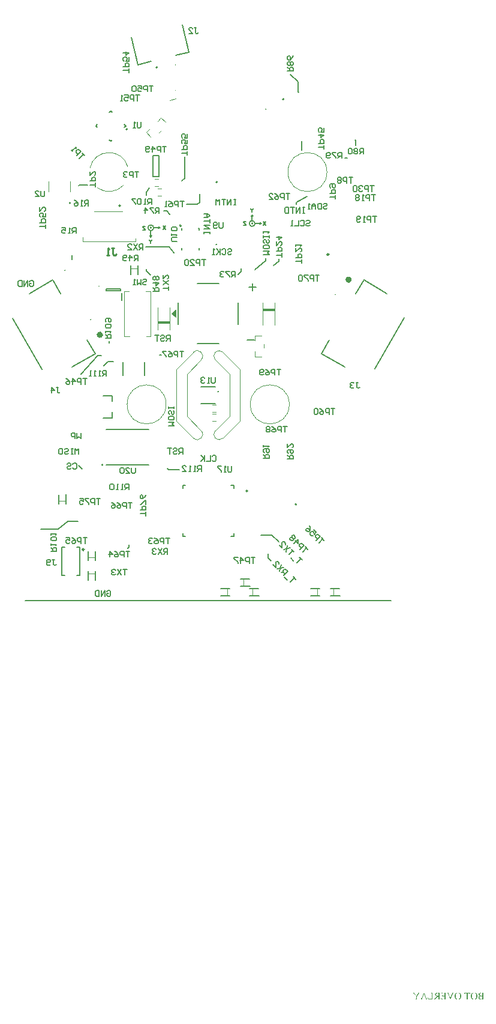
<source format=gbo>
G04*
G04 #@! TF.GenerationSoftware,Altium Limited,Altium Designer,18.1.9 (240)*
G04*
G04 Layer_Color=32896*
%FSLAX44Y44*%
%MOMM*%
G71*
G01*
G75*
%ADD10C,0.2500*%
%ADD11C,0.2000*%
%ADD12C,0.1000*%
%ADD13C,0.1500*%
%ADD17C,0.1270*%
%ADD19C,0.1001*%
%ADD101C,0.2540*%
%ADD102C,0.3000*%
%ADD104C,0.4500*%
%ADD178R,1.7000X0.3810*%
G36*
X-45720Y-99920D02*
X-52070Y-105000D01*
X-45720Y-110080D01*
Y-99920D01*
D02*
G37*
G36*
X369662Y-1064550D02*
X369395D01*
X369366Y-1064328D01*
X369336Y-1064120D01*
X369277Y-1063943D01*
X369233Y-1063795D01*
X369188Y-1063676D01*
X369144Y-1063602D01*
X369114Y-1063543D01*
X369099Y-1063528D01*
X368996Y-1063395D01*
X368892Y-1063291D01*
X368773Y-1063188D01*
X368685Y-1063128D01*
X368596Y-1063069D01*
X368522Y-1063039D01*
X368477Y-1063010D01*
X368462D01*
X368344Y-1062980D01*
X368196Y-1062951D01*
X367885Y-1062921D01*
X367737Y-1062906D01*
X366360D01*
Y-1070221D01*
Y-1070503D01*
X366389Y-1070725D01*
X366404Y-1070903D01*
X366434Y-1071051D01*
X366463Y-1071140D01*
X366493Y-1071214D01*
X366508Y-1071243D01*
X366523Y-1071258D01*
X366626Y-1071376D01*
X366760Y-1071465D01*
X366908Y-1071525D01*
X367041Y-1071569D01*
X367174Y-1071599D01*
X367278Y-1071613D01*
X367722D01*
Y-1071880D01*
X363665D01*
Y-1071613D01*
X364005D01*
X364198Y-1071599D01*
X364375Y-1071569D01*
X364509Y-1071525D01*
X364627Y-1071465D01*
X364716Y-1071421D01*
X364790Y-1071376D01*
X364820Y-1071347D01*
X364835Y-1071332D01*
X364864Y-1071288D01*
X364894Y-1071214D01*
X364938Y-1071066D01*
X364968Y-1070888D01*
X364983Y-1070695D01*
X364997Y-1070518D01*
X365012Y-1070370D01*
Y-1070310D01*
Y-1070266D01*
Y-1070236D01*
Y-1070221D01*
Y-1062906D01*
X363680D01*
X363472Y-1062921D01*
X363280Y-1062936D01*
X363117Y-1062965D01*
X362984Y-1063010D01*
X362880Y-1063054D01*
X362791Y-1063084D01*
X362747Y-1063099D01*
X362732Y-1063113D01*
X362598Y-1063188D01*
X362480Y-1063291D01*
X362376Y-1063380D01*
X362302Y-1063484D01*
X362228Y-1063573D01*
X362184Y-1063647D01*
X362154Y-1063691D01*
X362139Y-1063706D01*
X362095Y-1063810D01*
X362051Y-1063943D01*
X361991Y-1064224D01*
X361962Y-1064343D01*
X361947Y-1064446D01*
X361932Y-1064520D01*
Y-1064550D01*
X361651D01*
X361754Y-1062314D01*
X369558D01*
X369662Y-1064550D01*
D02*
G37*
G36*
X336521Y-1062580D02*
X336195D01*
X335988Y-1062595D01*
X335811Y-1062625D01*
X335662Y-1062669D01*
X335544Y-1062714D01*
X335455Y-1062773D01*
X335396Y-1062817D01*
X335366Y-1062847D01*
X335351Y-1062862D01*
X335322Y-1062906D01*
X335292Y-1062965D01*
X335233Y-1063128D01*
X335203Y-1063306D01*
X335188Y-1063499D01*
X335174Y-1063676D01*
X335159Y-1063824D01*
Y-1063884D01*
Y-1063928D01*
Y-1063958D01*
Y-1063972D01*
Y-1070192D01*
Y-1070429D01*
X335174Y-1070636D01*
X335188Y-1070799D01*
X335203Y-1070918D01*
X335218Y-1071021D01*
X335233Y-1071080D01*
X335248Y-1071110D01*
Y-1071125D01*
X335277Y-1071199D01*
X335322Y-1071273D01*
X335425Y-1071376D01*
X335514Y-1071436D01*
X335544Y-1071465D01*
X335559D01*
X335781Y-1071554D01*
X335988Y-1071599D01*
X336077D01*
X336136Y-1071613D01*
X336521D01*
Y-1071880D01*
X329147D01*
X328317Y-1069481D01*
X328599D01*
X328777Y-1069792D01*
X328939Y-1070059D01*
X329087Y-1070295D01*
X329221Y-1070473D01*
X329339Y-1070621D01*
X329428Y-1070725D01*
X329487Y-1070799D01*
X329502Y-1070814D01*
X329635Y-1070932D01*
X329754Y-1071021D01*
X329872Y-1071095D01*
X329991Y-1071154D01*
X330080Y-1071199D01*
X330154Y-1071228D01*
X330198Y-1071258D01*
X330213D01*
X330376Y-1071288D01*
X330554Y-1071317D01*
X330746Y-1071332D01*
X330939Y-1071347D01*
X331116Y-1071362D01*
X333160D01*
X333278Y-1071347D01*
X333382Y-1071332D01*
X333456Y-1071317D01*
X333500D01*
X333545Y-1071302D01*
X333560Y-1071288D01*
X333574D01*
X333663Y-1071228D01*
X333722Y-1071154D01*
X333752Y-1071095D01*
X333767Y-1071080D01*
X333782Y-1071006D01*
X333797Y-1070888D01*
Y-1070769D01*
X333811Y-1070636D01*
Y-1070503D01*
Y-1070399D01*
Y-1070325D01*
Y-1070295D01*
Y-1067127D01*
X331487D01*
X331309Y-1067156D01*
X331161Y-1067171D01*
X331027Y-1067201D01*
X330939Y-1067230D01*
X330879Y-1067245D01*
X330835Y-1067275D01*
X330820D01*
X330716Y-1067334D01*
X330628Y-1067393D01*
X330554Y-1067467D01*
X330494Y-1067526D01*
X330435Y-1067615D01*
X330406Y-1067645D01*
Y-1067660D01*
X330361Y-1067748D01*
X330331Y-1067882D01*
X330287Y-1068030D01*
X330257Y-1068178D01*
X330243Y-1068311D01*
X330213Y-1068430D01*
X330198Y-1068519D01*
Y-1068533D01*
Y-1068548D01*
X329932D01*
Y-1065216D01*
X330198D01*
X330228Y-1065498D01*
X330287Y-1065749D01*
X330346Y-1065942D01*
X330420Y-1066105D01*
X330494Y-1066223D01*
X330554Y-1066312D01*
X330598Y-1066357D01*
X330613Y-1066371D01*
X330731Y-1066445D01*
X330894Y-1066505D01*
X331072Y-1066549D01*
X331250Y-1066579D01*
X331427Y-1066593D01*
X331561Y-1066608D01*
X333811D01*
Y-1062832D01*
X330939D01*
X330731Y-1062847D01*
X330568Y-1062862D01*
X330420Y-1062891D01*
X330331Y-1062906D01*
X330257Y-1062936D01*
X330213Y-1062951D01*
X330198D01*
X330080Y-1063010D01*
X329961Y-1063084D01*
X329872Y-1063158D01*
X329798Y-1063217D01*
X329739Y-1063276D01*
X329695Y-1063336D01*
X329680Y-1063365D01*
X329665Y-1063380D01*
X329606Y-1063499D01*
X329532Y-1063661D01*
X329473Y-1063824D01*
X329428Y-1064002D01*
X329384Y-1064165D01*
X329354Y-1064298D01*
X329324Y-1064387D01*
Y-1064402D01*
Y-1064417D01*
X329043D01*
X329147Y-1062314D01*
X336521D01*
Y-1062580D01*
D02*
G37*
G36*
X298968D02*
X298790Y-1062595D01*
X298657Y-1062610D01*
X298583Y-1062640D01*
X298553Y-1062654D01*
X298375Y-1062743D01*
X298227Y-1062832D01*
X298109Y-1062906D01*
X298020Y-1062965D01*
X297946Y-1063010D01*
X297901Y-1063054D01*
X297887Y-1063069D01*
X297872Y-1063084D01*
X297798Y-1063173D01*
X297709Y-1063291D01*
X297605Y-1063425D01*
X297487Y-1063573D01*
X297398Y-1063721D01*
X297309Y-1063824D01*
X297250Y-1063913D01*
X297235Y-1063928D01*
Y-1063943D01*
X294614Y-1068000D01*
Y-1070221D01*
Y-1070503D01*
X294644Y-1070725D01*
X294659Y-1070903D01*
X294688Y-1071051D01*
X294718Y-1071140D01*
X294747Y-1071214D01*
X294762Y-1071243D01*
X294777Y-1071258D01*
X294881Y-1071376D01*
X295014Y-1071465D01*
X295162Y-1071525D01*
X295295Y-1071569D01*
X295429Y-1071599D01*
X295532Y-1071613D01*
X295976D01*
Y-1071880D01*
X291904D01*
Y-1071613D01*
X292230D01*
X292437Y-1071599D01*
X292600Y-1071569D01*
X292748Y-1071525D01*
X292867Y-1071465D01*
X292955Y-1071421D01*
X293030Y-1071376D01*
X293059Y-1071347D01*
X293074Y-1071332D01*
X293104Y-1071288D01*
X293133Y-1071214D01*
X293178Y-1071066D01*
X293222Y-1070888D01*
X293237Y-1070695D01*
X293252Y-1070518D01*
X293267Y-1070370D01*
Y-1070310D01*
Y-1070266D01*
Y-1070236D01*
Y-1070221D01*
Y-1067808D01*
X290971Y-1064194D01*
X290823Y-1063958D01*
X290675Y-1063750D01*
X290557Y-1063587D01*
X290453Y-1063454D01*
X290379Y-1063351D01*
X290305Y-1063276D01*
X290275Y-1063232D01*
X290260Y-1063217D01*
X290038Y-1063010D01*
X289831Y-1062862D01*
X289742Y-1062817D01*
X289683Y-1062773D01*
X289639Y-1062743D01*
X289624D01*
X289490Y-1062684D01*
X289387Y-1062654D01*
X289298Y-1062625D01*
X289209Y-1062595D01*
X289150D01*
X289105Y-1062580D01*
X288898D01*
Y-1062314D01*
X292230D01*
Y-1062580D01*
X292097D01*
X291978Y-1062595D01*
X291889Y-1062610D01*
X291815Y-1062625D01*
X291741Y-1062640D01*
X291697Y-1062654D01*
X291682Y-1062669D01*
X291667D01*
X291534Y-1062743D01*
X291445Y-1062832D01*
X291386Y-1062891D01*
X291371Y-1062906D01*
Y-1062921D01*
X291312Y-1063039D01*
X291282Y-1063158D01*
X291267Y-1063247D01*
Y-1063262D01*
Y-1063276D01*
X291282Y-1063410D01*
X291327Y-1063558D01*
X291401Y-1063721D01*
X291475Y-1063884D01*
X291564Y-1064032D01*
X291623Y-1064150D01*
X291682Y-1064224D01*
X291697Y-1064239D01*
Y-1064254D01*
X293577Y-1067201D01*
X295562Y-1064120D01*
X295710Y-1063884D01*
X295814Y-1063691D01*
X295888Y-1063543D01*
X295932Y-1063410D01*
X295962Y-1063321D01*
X295991Y-1063247D01*
Y-1063217D01*
Y-1063202D01*
X295976Y-1063099D01*
X295947Y-1062995D01*
X295902Y-1062921D01*
X295843Y-1062862D01*
X295754Y-1062773D01*
X295725Y-1062743D01*
X295710D01*
X295606Y-1062684D01*
X295502Y-1062654D01*
X295295Y-1062595D01*
X295221D01*
X295162Y-1062580D01*
X294881D01*
Y-1062314D01*
X298968D01*
Y-1062580D01*
D02*
G37*
G36*
X347139D02*
X346976Y-1062595D01*
X346843Y-1062625D01*
X346724Y-1062654D01*
X346620Y-1062684D01*
X346546Y-1062714D01*
X346487Y-1062743D01*
X346457Y-1062758D01*
X346443D01*
X346265Y-1062862D01*
X346117Y-1062965D01*
X346028Y-1063054D01*
X346013Y-1063069D01*
X345998Y-1063084D01*
X345954Y-1063158D01*
X345895Y-1063262D01*
X345836Y-1063395D01*
X345762Y-1063528D01*
X345702Y-1063661D01*
X345658Y-1063765D01*
X345628Y-1063839D01*
X345614Y-1063854D01*
Y-1063869D01*
X342030Y-1072102D01*
X341763D01*
X338432Y-1063972D01*
X338328Y-1063721D01*
X338209Y-1063499D01*
X338106Y-1063321D01*
X338002Y-1063173D01*
X337913Y-1063054D01*
X337839Y-1062965D01*
X337795Y-1062921D01*
X337780Y-1062906D01*
X337676Y-1062832D01*
X337543Y-1062758D01*
X337291Y-1062654D01*
X337188Y-1062625D01*
X337099Y-1062595D01*
X337025Y-1062580D01*
X337010D01*
Y-1062314D01*
X339942D01*
Y-1062580D01*
X339883Y-1062595D01*
X339853D01*
X339823Y-1062610D01*
X339646Y-1062640D01*
X339512Y-1062684D01*
X339394Y-1062729D01*
X339290Y-1062773D01*
X339216Y-1062817D01*
X339172Y-1062847D01*
X339142Y-1062862D01*
X339128Y-1062877D01*
X339053Y-1062951D01*
X339009Y-1063010D01*
X338950Y-1063128D01*
X338920Y-1063232D01*
Y-1063247D01*
Y-1063262D01*
X338935Y-1063410D01*
X338965Y-1063573D01*
X339024Y-1063765D01*
X339083Y-1063958D01*
X339142Y-1064120D01*
X339202Y-1064269D01*
X339216Y-1064328D01*
X339231Y-1064372D01*
X339246Y-1064387D01*
Y-1064402D01*
X341512Y-1069940D01*
X343940Y-1064328D01*
X344044Y-1064061D01*
X344133Y-1063839D01*
X344192Y-1063661D01*
X344221Y-1063499D01*
X344251Y-1063380D01*
X344266Y-1063291D01*
Y-1063247D01*
Y-1063232D01*
X344251Y-1063143D01*
X344236Y-1063054D01*
X344162Y-1062936D01*
X344103Y-1062847D01*
X344088Y-1062817D01*
X344073D01*
X343985Y-1062758D01*
X343851Y-1062714D01*
X343718Y-1062669D01*
X343570Y-1062640D01*
X343437Y-1062610D01*
X343318Y-1062595D01*
X343244Y-1062580D01*
X343215D01*
Y-1062314D01*
X347139D01*
Y-1062580D01*
D02*
G37*
G36*
X318070D02*
X317715D01*
X317522Y-1062595D01*
X317359Y-1062625D01*
X317226Y-1062684D01*
X317108Y-1062729D01*
X317034Y-1062788D01*
X316960Y-1062847D01*
X316930Y-1062877D01*
X316915Y-1062891D01*
X316886Y-1062936D01*
X316841Y-1062995D01*
X316797Y-1063158D01*
X316752Y-1063336D01*
X316737Y-1063528D01*
X316723Y-1063706D01*
X316708Y-1063854D01*
Y-1063913D01*
Y-1063958D01*
Y-1063987D01*
Y-1064002D01*
Y-1070192D01*
Y-1070473D01*
X316737Y-1070695D01*
X316752Y-1070873D01*
X316782Y-1071021D01*
X316812Y-1071110D01*
X316826Y-1071184D01*
X316856Y-1071214D01*
Y-1071228D01*
X316974Y-1071362D01*
X317108Y-1071451D01*
X317241Y-1071525D01*
X317389Y-1071569D01*
X317507Y-1071599D01*
X317611Y-1071613D01*
X318070D01*
Y-1071880D01*
X310681D01*
X309867Y-1069289D01*
X310103Y-1069229D01*
X310237Y-1069540D01*
X310370Y-1069822D01*
X310503Y-1070044D01*
X310607Y-1070221D01*
X310711Y-1070370D01*
X310785Y-1070473D01*
X310829Y-1070533D01*
X310844Y-1070547D01*
X310992Y-1070695D01*
X311125Y-1070814D01*
X311259Y-1070918D01*
X311392Y-1070992D01*
X311495Y-1071051D01*
X311584Y-1071095D01*
X311644Y-1071110D01*
X311658Y-1071125D01*
X311747Y-1071154D01*
X311851Y-1071169D01*
X312088Y-1071214D01*
X312339Y-1071243D01*
X312591Y-1071258D01*
X312828D01*
X312932Y-1071273D01*
X314339D01*
X314457Y-1071258D01*
X314650D01*
X314783Y-1071243D01*
X314886Y-1071228D01*
X314946D01*
X314975Y-1071214D01*
X314990D01*
X315109Y-1071154D01*
X315183Y-1071080D01*
X315242Y-1071021D01*
X315257Y-1070992D01*
X315286Y-1070888D01*
X315316Y-1070769D01*
X315345Y-1070503D01*
X315360Y-1070370D01*
Y-1070266D01*
Y-1070207D01*
Y-1070177D01*
Y-1064150D01*
Y-1063869D01*
X315345Y-1063632D01*
X315331Y-1063454D01*
X315301Y-1063306D01*
X315286Y-1063217D01*
X315271Y-1063143D01*
X315257Y-1063113D01*
Y-1063099D01*
X315197Y-1063025D01*
X315138Y-1062951D01*
X315005Y-1062832D01*
X314946Y-1062788D01*
X314886Y-1062758D01*
X314857Y-1062729D01*
X314842D01*
X314709Y-1062684D01*
X314546Y-1062640D01*
X314191Y-1062595D01*
X314028Y-1062580D01*
X313761D01*
Y-1062314D01*
X318070D01*
Y-1062580D01*
D02*
G37*
G36*
X389890D02*
X389549D01*
X389357Y-1062595D01*
X389194Y-1062625D01*
X389046Y-1062684D01*
X388942Y-1062729D01*
X388853Y-1062788D01*
X388779Y-1062847D01*
X388750Y-1062877D01*
X388735Y-1062891D01*
X388705Y-1062936D01*
X388661Y-1063010D01*
X388616Y-1063158D01*
X388572Y-1063351D01*
X388557Y-1063528D01*
X388543Y-1063706D01*
X388528Y-1063854D01*
Y-1063913D01*
Y-1063958D01*
Y-1063987D01*
Y-1064002D01*
Y-1070192D01*
Y-1070473D01*
X388557Y-1070695D01*
X388572Y-1070873D01*
X388602Y-1071021D01*
X388631Y-1071125D01*
X388661Y-1071184D01*
X388676Y-1071228D01*
X388690Y-1071243D01*
X388809Y-1071362D01*
X388942Y-1071451D01*
X389076Y-1071525D01*
X389224Y-1071569D01*
X389342Y-1071599D01*
X389446Y-1071613D01*
X389890D01*
Y-1071880D01*
X385092D01*
X384826Y-1071865D01*
X384574Y-1071850D01*
X384337Y-1071836D01*
X384115Y-1071806D01*
X383922Y-1071791D01*
X383745Y-1071761D01*
X383582Y-1071732D01*
X383448Y-1071702D01*
X383315Y-1071673D01*
X383226Y-1071658D01*
X383138Y-1071628D01*
X383078Y-1071613D01*
X383019Y-1071599D01*
X383004Y-1071584D01*
X382989D01*
X382708Y-1071451D01*
X382471Y-1071317D01*
X382249Y-1071154D01*
X382086Y-1070992D01*
X381938Y-1070858D01*
X381834Y-1070740D01*
X381775Y-1070666D01*
X381760Y-1070636D01*
X381612Y-1070384D01*
X381494Y-1070147D01*
X381420Y-1069911D01*
X381361Y-1069703D01*
X381331Y-1069526D01*
X381301Y-1069377D01*
Y-1069289D01*
Y-1069274D01*
Y-1069259D01*
Y-1069081D01*
X381331Y-1068918D01*
X381405Y-1068622D01*
X381523Y-1068341D01*
X381642Y-1068119D01*
X381775Y-1067926D01*
X381894Y-1067793D01*
X381968Y-1067704D01*
X381982Y-1067674D01*
X381997D01*
X382205Y-1067512D01*
X382441Y-1067378D01*
X382678Y-1067260D01*
X382915Y-1067156D01*
X383138Y-1067082D01*
X383315Y-1067038D01*
X383389Y-1067023D01*
X383434Y-1067008D01*
X383463Y-1066993D01*
X383478D01*
X383182Y-1066875D01*
X382915Y-1066756D01*
X382693Y-1066608D01*
X382515Y-1066475D01*
X382367Y-1066357D01*
X382279Y-1066253D01*
X382205Y-1066194D01*
X382190Y-1066164D01*
X382042Y-1065942D01*
X381938Y-1065720D01*
X381849Y-1065498D01*
X381805Y-1065305D01*
X381775Y-1065127D01*
X381745Y-1064994D01*
Y-1064905D01*
Y-1064891D01*
Y-1064876D01*
X381775Y-1064565D01*
X381834Y-1064283D01*
X381923Y-1064032D01*
X382027Y-1063824D01*
X382131Y-1063647D01*
X382219Y-1063513D01*
X382279Y-1063425D01*
X382308Y-1063395D01*
X382545Y-1063173D01*
X382797Y-1062980D01*
X383063Y-1062817D01*
X383330Y-1062699D01*
X383552Y-1062610D01*
X383656Y-1062566D01*
X383745Y-1062536D01*
X383819Y-1062521D01*
X383878Y-1062506D01*
X383908Y-1062492D01*
X383922D01*
X384204Y-1062432D01*
X384500Y-1062388D01*
X384811Y-1062358D01*
X385107Y-1062329D01*
X385373D01*
X385477Y-1062314D01*
X389890D01*
Y-1062580D01*
D02*
G37*
G36*
X327725D02*
X327370D01*
X327177Y-1062595D01*
X327014Y-1062625D01*
X326881Y-1062684D01*
X326763Y-1062729D01*
X326689Y-1062788D01*
X326615Y-1062847D01*
X326585Y-1062877D01*
X326570Y-1062891D01*
X326540Y-1062936D01*
X326496Y-1062995D01*
X326452Y-1063158D01*
X326407Y-1063336D01*
X326392Y-1063528D01*
X326378Y-1063706D01*
X326363Y-1063854D01*
Y-1063913D01*
Y-1063958D01*
Y-1063987D01*
Y-1064002D01*
Y-1070192D01*
Y-1070473D01*
X326392Y-1070695D01*
X326407Y-1070873D01*
X326437Y-1071021D01*
X326466Y-1071110D01*
X326481Y-1071184D01*
X326511Y-1071214D01*
Y-1071228D01*
X326629Y-1071362D01*
X326763Y-1071451D01*
X326896Y-1071525D01*
X327044Y-1071569D01*
X327163Y-1071599D01*
X327266Y-1071613D01*
X327725D01*
Y-1071880D01*
X323653D01*
Y-1071613D01*
X324023D01*
X324216Y-1071599D01*
X324379Y-1071569D01*
X324512Y-1071525D01*
X324616Y-1071465D01*
X324704Y-1071406D01*
X324778Y-1071362D01*
X324808Y-1071332D01*
X324823Y-1071317D01*
X324852Y-1071273D01*
X324882Y-1071199D01*
X324926Y-1071051D01*
X324971Y-1070858D01*
X324986Y-1070666D01*
X325000Y-1070488D01*
X325015Y-1070340D01*
Y-1070281D01*
Y-1070236D01*
Y-1070207D01*
Y-1070192D01*
Y-1067408D01*
X324941Y-1067423D01*
X324438D01*
X324245Y-1067408D01*
X324038D01*
X320795Y-1071880D01*
X318233D01*
Y-1071613D01*
X318514Y-1071569D01*
X318766Y-1071525D01*
X318974Y-1071465D01*
X319166Y-1071391D01*
X319314Y-1071332D01*
X319418Y-1071273D01*
X319477Y-1071243D01*
X319507Y-1071228D01*
X319596Y-1071169D01*
X319699Y-1071080D01*
X319892Y-1070903D01*
X320084Y-1070695D01*
X320262Y-1070488D01*
X320425Y-1070281D01*
X320543Y-1070118D01*
X320602Y-1070059D01*
X320632Y-1070014D01*
X320647Y-1069985D01*
X320662Y-1069970D01*
X322646Y-1067230D01*
X322231Y-1067112D01*
X321861Y-1066979D01*
X321550Y-1066816D01*
X321313Y-1066667D01*
X321121Y-1066534D01*
X320973Y-1066416D01*
X320899Y-1066342D01*
X320869Y-1066312D01*
X320676Y-1066060D01*
X320528Y-1065794D01*
X320425Y-1065542D01*
X320365Y-1065305D01*
X320321Y-1065098D01*
X320306Y-1064935D01*
X320291Y-1064876D01*
Y-1064831D01*
Y-1064802D01*
Y-1064787D01*
X320306Y-1064491D01*
X320365Y-1064209D01*
X320454Y-1063972D01*
X320543Y-1063765D01*
X320632Y-1063602D01*
X320721Y-1063469D01*
X320780Y-1063395D01*
X320795Y-1063365D01*
X320987Y-1063158D01*
X321195Y-1062980D01*
X321402Y-1062847D01*
X321595Y-1062729D01*
X321772Y-1062654D01*
X321906Y-1062595D01*
X321994Y-1062566D01*
X322009Y-1062551D01*
X322024D01*
X322172Y-1062506D01*
X322335Y-1062477D01*
X322676Y-1062418D01*
X323046Y-1062373D01*
X323416Y-1062344D01*
X323579Y-1062329D01*
X323742D01*
X323890Y-1062314D01*
X327725D01*
Y-1062580D01*
D02*
G37*
G36*
X307867Y-1069970D02*
X307941Y-1070162D01*
X308030Y-1070325D01*
X308104Y-1070488D01*
X308178Y-1070621D01*
X308312Y-1070858D01*
X308430Y-1071051D01*
X308534Y-1071184D01*
X308608Y-1071273D01*
X308652Y-1071332D01*
X308667Y-1071347D01*
X308741Y-1071406D01*
X308860Y-1071451D01*
X308978Y-1071495D01*
X309111Y-1071539D01*
X309230Y-1071569D01*
X309333Y-1071599D01*
X309407Y-1071613D01*
X309437D01*
Y-1071880D01*
X306416D01*
Y-1071613D01*
X306653Y-1071599D01*
X306846Y-1071569D01*
X307008Y-1071525D01*
X307127Y-1071495D01*
X307216Y-1071465D01*
X307275Y-1071436D01*
X307305Y-1071406D01*
X307320D01*
X307393Y-1071347D01*
X307438Y-1071273D01*
X307497Y-1071154D01*
X307527Y-1071051D01*
Y-1071036D01*
Y-1071021D01*
X307512Y-1070903D01*
X307482Y-1070784D01*
X307393Y-1070503D01*
X307349Y-1070384D01*
X307320Y-1070281D01*
X307290Y-1070221D01*
X307275Y-1070192D01*
X306638Y-1068681D01*
X302936D01*
X302374Y-1070059D01*
X302285Y-1070295D01*
X302211Y-1070488D01*
X302166Y-1070666D01*
X302122Y-1070799D01*
X302107Y-1070903D01*
X302092Y-1070977D01*
Y-1071021D01*
Y-1071036D01*
X302107Y-1071125D01*
X302122Y-1071199D01*
X302196Y-1071317D01*
X302270Y-1071406D01*
X302285Y-1071421D01*
X302299Y-1071436D01*
X302388Y-1071495D01*
X302492Y-1071525D01*
X302744Y-1071584D01*
X302862Y-1071599D01*
X302966Y-1071613D01*
X303055D01*
Y-1071880D01*
X299293D01*
Y-1071613D01*
X299501Y-1071584D01*
X299678Y-1071554D01*
X299827Y-1071495D01*
X299960Y-1071451D01*
X300063Y-1071391D01*
X300138Y-1071347D01*
X300182Y-1071317D01*
X300197Y-1071302D01*
X300256Y-1071243D01*
X300315Y-1071169D01*
X300448Y-1070992D01*
X300567Y-1070784D01*
X300685Y-1070577D01*
X300774Y-1070384D01*
X300848Y-1070207D01*
X300878Y-1070147D01*
X300907Y-1070103D01*
X300922Y-1070073D01*
Y-1070059D01*
X304254Y-1062092D01*
X304491D01*
X307867Y-1069970D01*
D02*
G37*
G36*
X375600Y-1062107D02*
X375941Y-1062151D01*
X376252Y-1062210D01*
X376563Y-1062284D01*
X376844Y-1062388D01*
X377110Y-1062492D01*
X377347Y-1062610D01*
X377584Y-1062714D01*
X377777Y-1062832D01*
X377955Y-1062951D01*
X378117Y-1063054D01*
X378251Y-1063158D01*
X378354Y-1063232D01*
X378428Y-1063291D01*
X378473Y-1063336D01*
X378488Y-1063351D01*
X378754Y-1063632D01*
X378991Y-1063928D01*
X379198Y-1064224D01*
X379376Y-1064535D01*
X379524Y-1064846D01*
X379658Y-1065157D01*
X379746Y-1065453D01*
X379835Y-1065749D01*
X379894Y-1066016D01*
X379939Y-1066268D01*
X379983Y-1066490D01*
X379998Y-1066682D01*
X380013Y-1066845D01*
X380028Y-1066964D01*
Y-1067038D01*
Y-1067067D01*
X380013Y-1067482D01*
X379968Y-1067867D01*
X379909Y-1068237D01*
X379820Y-1068578D01*
X379717Y-1068904D01*
X379598Y-1069200D01*
X379480Y-1069481D01*
X379361Y-1069733D01*
X379243Y-1069955D01*
X379110Y-1070147D01*
X379006Y-1070310D01*
X378902Y-1070458D01*
X378814Y-1070562D01*
X378754Y-1070651D01*
X378710Y-1070695D01*
X378695Y-1070710D01*
X378428Y-1070962D01*
X378162Y-1071169D01*
X377895Y-1071362D01*
X377614Y-1071510D01*
X377333Y-1071643D01*
X377051Y-1071761D01*
X376785Y-1071850D01*
X376533Y-1071924D01*
X376296Y-1071984D01*
X376074Y-1072028D01*
X375881Y-1072058D01*
X375704Y-1072073D01*
X375570Y-1072087D01*
X375467Y-1072102D01*
X375378D01*
X375023Y-1072087D01*
X374667Y-1072043D01*
X374341Y-1071969D01*
X374030Y-1071880D01*
X373734Y-1071761D01*
X373468Y-1071643D01*
X373216Y-1071525D01*
X372979Y-1071376D01*
X372772Y-1071243D01*
X372579Y-1071125D01*
X372431Y-1070992D01*
X372298Y-1070888D01*
X372179Y-1070799D01*
X372105Y-1070725D01*
X372061Y-1070680D01*
X372046Y-1070666D01*
X371809Y-1070384D01*
X371587Y-1070103D01*
X371409Y-1069792D01*
X371246Y-1069496D01*
X371113Y-1069185D01*
X371009Y-1068889D01*
X370921Y-1068593D01*
X370847Y-1068326D01*
X370787Y-1068059D01*
X370743Y-1067823D01*
X370713Y-1067600D01*
X370684Y-1067408D01*
Y-1067260D01*
X370669Y-1067141D01*
Y-1067082D01*
Y-1067053D01*
X370684Y-1066667D01*
X370728Y-1066297D01*
X370802Y-1065942D01*
X370876Y-1065601D01*
X370995Y-1065290D01*
X371098Y-1065009D01*
X371232Y-1064728D01*
X371350Y-1064491D01*
X371483Y-1064269D01*
X371617Y-1064076D01*
X371720Y-1063913D01*
X371824Y-1063765D01*
X371913Y-1063661D01*
X371987Y-1063573D01*
X372031Y-1063528D01*
X372046Y-1063513D01*
X372313Y-1063262D01*
X372579Y-1063039D01*
X372846Y-1062847D01*
X373127Y-1062684D01*
X373394Y-1062551D01*
X373660Y-1062432D01*
X373912Y-1062344D01*
X374164Y-1062270D01*
X374386Y-1062210D01*
X374608Y-1062166D01*
X374786Y-1062136D01*
X374949Y-1062107D01*
X375082D01*
X375171Y-1062092D01*
X375260D01*
X375600Y-1062107D01*
D02*
G37*
G36*
X352736D02*
X353077Y-1062151D01*
X353388Y-1062210D01*
X353699Y-1062284D01*
X353980Y-1062388D01*
X354247Y-1062492D01*
X354484Y-1062610D01*
X354720Y-1062714D01*
X354913Y-1062832D01*
X355091Y-1062951D01*
X355254Y-1063054D01*
X355387Y-1063158D01*
X355491Y-1063232D01*
X355565Y-1063291D01*
X355609Y-1063336D01*
X355624Y-1063351D01*
X355890Y-1063632D01*
X356127Y-1063928D01*
X356335Y-1064224D01*
X356512Y-1064535D01*
X356660Y-1064846D01*
X356794Y-1065157D01*
X356883Y-1065453D01*
X356971Y-1065749D01*
X357031Y-1066016D01*
X357075Y-1066268D01*
X357119Y-1066490D01*
X357134Y-1066682D01*
X357149Y-1066845D01*
X357164Y-1066964D01*
Y-1067038D01*
Y-1067067D01*
X357149Y-1067482D01*
X357105Y-1067867D01*
X357045Y-1068237D01*
X356957Y-1068578D01*
X356853Y-1068904D01*
X356734Y-1069200D01*
X356616Y-1069481D01*
X356497Y-1069733D01*
X356379Y-1069955D01*
X356246Y-1070147D01*
X356142Y-1070310D01*
X356039Y-1070458D01*
X355950Y-1070562D01*
X355890Y-1070651D01*
X355846Y-1070695D01*
X355831Y-1070710D01*
X355565Y-1070962D01*
X355298Y-1071169D01*
X355032Y-1071362D01*
X354750Y-1071510D01*
X354469Y-1071643D01*
X354187Y-1071761D01*
X353921Y-1071850D01*
X353669Y-1071924D01*
X353432Y-1071984D01*
X353210Y-1072028D01*
X353018Y-1072058D01*
X352840Y-1072073D01*
X352707Y-1072087D01*
X352603Y-1072102D01*
X352514D01*
X352159Y-1072087D01*
X351803Y-1072043D01*
X351478Y-1071969D01*
X351167Y-1071880D01*
X350870Y-1071761D01*
X350604Y-1071643D01*
X350352Y-1071525D01*
X350115Y-1071376D01*
X349908Y-1071243D01*
X349715Y-1071125D01*
X349567Y-1070992D01*
X349434Y-1070888D01*
X349315Y-1070799D01*
X349241Y-1070725D01*
X349197Y-1070680D01*
X349182Y-1070666D01*
X348945Y-1070384D01*
X348723Y-1070103D01*
X348545Y-1069792D01*
X348383Y-1069496D01*
X348249Y-1069185D01*
X348146Y-1068889D01*
X348057Y-1068593D01*
X347983Y-1068326D01*
X347924Y-1068059D01*
X347879Y-1067823D01*
X347850Y-1067600D01*
X347820Y-1067408D01*
Y-1067260D01*
X347805Y-1067141D01*
Y-1067082D01*
Y-1067053D01*
X347820Y-1066667D01*
X347864Y-1066297D01*
X347938Y-1065942D01*
X348012Y-1065601D01*
X348131Y-1065290D01*
X348234Y-1065009D01*
X348368Y-1064728D01*
X348486Y-1064491D01*
X348619Y-1064269D01*
X348753Y-1064076D01*
X348857Y-1063913D01*
X348960Y-1063765D01*
X349049Y-1063661D01*
X349123Y-1063573D01*
X349167Y-1063528D01*
X349182Y-1063513D01*
X349449Y-1063262D01*
X349715Y-1063039D01*
X349982Y-1062847D01*
X350263Y-1062684D01*
X350530Y-1062551D01*
X350796Y-1062432D01*
X351048Y-1062344D01*
X351300Y-1062270D01*
X351522Y-1062210D01*
X351744Y-1062166D01*
X351922Y-1062136D01*
X352085Y-1062107D01*
X352218D01*
X352307Y-1062092D01*
X352396D01*
X352736Y-1062107D01*
D02*
G37*
%LPC*%
G36*
X386040Y-1062788D02*
X385685D01*
X385462Y-1062817D01*
X385240Y-1062847D01*
X385048Y-1062877D01*
X384870Y-1062921D01*
X384707Y-1062980D01*
X384559Y-1063025D01*
X384426Y-1063084D01*
X384307Y-1063143D01*
X384204Y-1063188D01*
X384115Y-1063247D01*
X384056Y-1063291D01*
X383996Y-1063321D01*
X383952Y-1063351D01*
X383937Y-1063380D01*
X383922D01*
X383804Y-1063499D01*
X383685Y-1063617D01*
X383522Y-1063854D01*
X383389Y-1064091D01*
X383315Y-1064313D01*
X383256Y-1064520D01*
X383241Y-1064668D01*
X383226Y-1064728D01*
Y-1064772D01*
Y-1064802D01*
Y-1064817D01*
X383241Y-1065009D01*
X383271Y-1065201D01*
X383315Y-1065364D01*
X383360Y-1065512D01*
X383419Y-1065631D01*
X383463Y-1065735D01*
X383493Y-1065794D01*
X383508Y-1065809D01*
X383611Y-1065972D01*
X383745Y-1066105D01*
X383878Y-1066223D01*
X384011Y-1066327D01*
X384130Y-1066401D01*
X384218Y-1066445D01*
X384278Y-1066475D01*
X384307Y-1066490D01*
X384515Y-1066564D01*
X384766Y-1066608D01*
X385018Y-1066653D01*
X385270Y-1066667D01*
X385492Y-1066682D01*
X385596Y-1066697D01*
X386262D01*
X386381Y-1066682D01*
X386603D01*
X386825Y-1066653D01*
X386928D01*
X387017Y-1066638D01*
X387076Y-1066623D01*
X387136Y-1066608D01*
X387180D01*
Y-1062951D01*
X386958Y-1062891D01*
X386751Y-1062862D01*
X386529Y-1062832D01*
X386336Y-1062803D01*
X386173D01*
X386040Y-1062788D01*
D02*
G37*
G36*
X386440Y-1067201D02*
X385936D01*
X385581Y-1067215D01*
X385240Y-1067245D01*
X384959Y-1067304D01*
X384707Y-1067349D01*
X384515Y-1067408D01*
X384366Y-1067467D01*
X384322Y-1067482D01*
X384278Y-1067497D01*
X384263Y-1067512D01*
X384248D01*
X384011Y-1067630D01*
X383804Y-1067763D01*
X383626Y-1067897D01*
X383478Y-1068030D01*
X383374Y-1068148D01*
X383300Y-1068237D01*
X383256Y-1068296D01*
X383241Y-1068326D01*
X383138Y-1068519D01*
X383049Y-1068711D01*
X382989Y-1068889D01*
X382960Y-1069052D01*
X382930Y-1069185D01*
X382915Y-1069289D01*
Y-1069363D01*
Y-1069392D01*
Y-1069540D01*
X382945Y-1069688D01*
X383019Y-1069970D01*
X383138Y-1070207D01*
X383256Y-1070414D01*
X383374Y-1070592D01*
X383493Y-1070710D01*
X383567Y-1070784D01*
X383582Y-1070814D01*
X383596D01*
X383878Y-1071006D01*
X384189Y-1071140D01*
X384515Y-1071243D01*
X384840Y-1071302D01*
X385122Y-1071347D01*
X385240Y-1071362D01*
X385359D01*
X385448Y-1071376D01*
X385566D01*
X385862Y-1071362D01*
X386158Y-1071347D01*
X386425Y-1071317D01*
X386677Y-1071288D01*
X386884Y-1071258D01*
X387047Y-1071228D01*
X387106Y-1071214D01*
X387136Y-1071199D01*
X387180D01*
Y-1067275D01*
X387032Y-1067245D01*
X386869Y-1067230D01*
X386795Y-1067215D01*
X386691D01*
X386440Y-1067201D01*
D02*
G37*
G36*
X324097Y-1062847D02*
X323934D01*
X323609Y-1062877D01*
X323312Y-1062936D01*
X323061Y-1063025D01*
X322853Y-1063128D01*
X322690Y-1063232D01*
X322572Y-1063321D01*
X322498Y-1063380D01*
X322468Y-1063410D01*
X322276Y-1063632D01*
X322142Y-1063869D01*
X322039Y-1064120D01*
X321980Y-1064357D01*
X321935Y-1064565D01*
X321920Y-1064728D01*
X321906Y-1064787D01*
Y-1064831D01*
Y-1064861D01*
Y-1064876D01*
Y-1065039D01*
X321935Y-1065201D01*
X322009Y-1065498D01*
X322128Y-1065749D01*
X322246Y-1065972D01*
X322379Y-1066149D01*
X322498Y-1066283D01*
X322572Y-1066357D01*
X322587Y-1066386D01*
X322602D01*
X322735Y-1066490D01*
X322883Y-1066579D01*
X323209Y-1066727D01*
X323549Y-1066830D01*
X323875Y-1066904D01*
X324171Y-1066949D01*
X324290Y-1066964D01*
X324408D01*
X324497Y-1066979D01*
X324793D01*
X324867Y-1066964D01*
X325015D01*
Y-1062980D01*
X324778Y-1062936D01*
X324556Y-1062906D01*
X324379Y-1062877D01*
X324216Y-1062862D01*
X324097Y-1062847D01*
D02*
G37*
G36*
X304758Y-1064313D02*
X303158Y-1068163D01*
X306416D01*
X304758Y-1064313D01*
D02*
G37*
G36*
X375511Y-1062595D02*
X375393D01*
X375141Y-1062610D01*
X374904Y-1062640D01*
X374697Y-1062684D01*
X374490Y-1062743D01*
X374297Y-1062817D01*
X374119Y-1062906D01*
X373956Y-1062980D01*
X373808Y-1063069D01*
X373690Y-1063173D01*
X373571Y-1063247D01*
X373483Y-1063336D01*
X373409Y-1063410D01*
X373334Y-1063469D01*
X373290Y-1063513D01*
X373275Y-1063543D01*
X373260Y-1063558D01*
X373083Y-1063795D01*
X372935Y-1064061D01*
X372801Y-1064343D01*
X372698Y-1064639D01*
X372594Y-1064950D01*
X372520Y-1065246D01*
X372402Y-1065853D01*
X372357Y-1066134D01*
X372327Y-1066386D01*
X372313Y-1066623D01*
X372298Y-1066830D01*
X372283Y-1066993D01*
Y-1067127D01*
Y-1067201D01*
Y-1067230D01*
X372298Y-1067645D01*
X372327Y-1068030D01*
X372372Y-1068371D01*
X372416Y-1068711D01*
X372490Y-1069007D01*
X372564Y-1069274D01*
X372638Y-1069526D01*
X372727Y-1069733D01*
X372816Y-1069925D01*
X372890Y-1070088D01*
X372964Y-1070236D01*
X373038Y-1070340D01*
X373083Y-1070429D01*
X373127Y-1070503D01*
X373157Y-1070533D01*
X373172Y-1070547D01*
X373334Y-1070725D01*
X373512Y-1070888D01*
X373705Y-1071036D01*
X373882Y-1071154D01*
X374075Y-1071258D01*
X374253Y-1071347D01*
X374430Y-1071406D01*
X374608Y-1071465D01*
X374771Y-1071510D01*
X374919Y-1071539D01*
X375052Y-1071569D01*
X375171Y-1071584D01*
X375260Y-1071599D01*
X375393D01*
X375630Y-1071584D01*
X375837Y-1071554D01*
X376044Y-1071510D01*
X376237Y-1071451D01*
X376592Y-1071302D01*
X376874Y-1071125D01*
X377007Y-1071036D01*
X377110Y-1070947D01*
X377199Y-1070873D01*
X377288Y-1070799D01*
X377347Y-1070740D01*
X377392Y-1070695D01*
X377407Y-1070666D01*
X377421Y-1070651D01*
X377599Y-1070399D01*
X377747Y-1070133D01*
X377881Y-1069851D01*
X377999Y-1069555D01*
X378088Y-1069244D01*
X378177Y-1068948D01*
X378236Y-1068652D01*
X378295Y-1068371D01*
X378325Y-1068089D01*
X378354Y-1067837D01*
X378384Y-1067615D01*
X378399Y-1067423D01*
X378414Y-1067260D01*
Y-1067141D01*
Y-1067067D01*
Y-1067038D01*
X378399Y-1066623D01*
X378369Y-1066223D01*
X378325Y-1065868D01*
X378266Y-1065527D01*
X378191Y-1065216D01*
X378103Y-1064920D01*
X378029Y-1064668D01*
X377925Y-1064432D01*
X377836Y-1064224D01*
X377762Y-1064046D01*
X377673Y-1063898D01*
X377599Y-1063780D01*
X377540Y-1063676D01*
X377495Y-1063617D01*
X377466Y-1063573D01*
X377451Y-1063558D01*
X377303Y-1063395D01*
X377140Y-1063247D01*
X376977Y-1063113D01*
X376800Y-1062995D01*
X376637Y-1062906D01*
X376459Y-1062832D01*
X376133Y-1062714D01*
X375837Y-1062640D01*
X375719Y-1062625D01*
X375600Y-1062610D01*
X375511Y-1062595D01*
D02*
G37*
G36*
X352647D02*
X352529D01*
X352277Y-1062610D01*
X352040Y-1062640D01*
X351833Y-1062684D01*
X351626Y-1062743D01*
X351433Y-1062817D01*
X351255Y-1062906D01*
X351092Y-1062980D01*
X350944Y-1063069D01*
X350826Y-1063173D01*
X350708Y-1063247D01*
X350619Y-1063336D01*
X350545Y-1063410D01*
X350471Y-1063469D01*
X350426Y-1063513D01*
X350411Y-1063543D01*
X350396Y-1063558D01*
X350219Y-1063795D01*
X350071Y-1064061D01*
X349938Y-1064343D01*
X349834Y-1064639D01*
X349730Y-1064950D01*
X349656Y-1065246D01*
X349538Y-1065853D01*
X349493Y-1066134D01*
X349464Y-1066386D01*
X349449Y-1066623D01*
X349434Y-1066830D01*
X349419Y-1066993D01*
Y-1067127D01*
Y-1067201D01*
Y-1067230D01*
X349434Y-1067645D01*
X349464Y-1068030D01*
X349508Y-1068371D01*
X349552Y-1068711D01*
X349627Y-1069007D01*
X349701Y-1069274D01*
X349775Y-1069526D01*
X349863Y-1069733D01*
X349952Y-1069925D01*
X350026Y-1070088D01*
X350100Y-1070236D01*
X350174Y-1070340D01*
X350219Y-1070429D01*
X350263Y-1070503D01*
X350293Y-1070533D01*
X350308Y-1070547D01*
X350471Y-1070725D01*
X350648Y-1070888D01*
X350841Y-1071036D01*
X351018Y-1071154D01*
X351211Y-1071258D01*
X351389Y-1071347D01*
X351566Y-1071406D01*
X351744Y-1071465D01*
X351907Y-1071510D01*
X352055Y-1071539D01*
X352188Y-1071569D01*
X352307Y-1071584D01*
X352396Y-1071599D01*
X352529D01*
X352766Y-1071584D01*
X352973Y-1071554D01*
X353181Y-1071510D01*
X353373Y-1071451D01*
X353728Y-1071302D01*
X354010Y-1071125D01*
X354143Y-1071036D01*
X354247Y-1070947D01*
X354336Y-1070873D01*
X354424Y-1070799D01*
X354484Y-1070740D01*
X354528Y-1070695D01*
X354543Y-1070666D01*
X354558Y-1070651D01*
X354735Y-1070399D01*
X354883Y-1070133D01*
X355017Y-1069851D01*
X355135Y-1069555D01*
X355224Y-1069244D01*
X355313Y-1068948D01*
X355372Y-1068652D01*
X355431Y-1068371D01*
X355461Y-1068089D01*
X355491Y-1067837D01*
X355520Y-1067615D01*
X355535Y-1067423D01*
X355550Y-1067260D01*
Y-1067141D01*
Y-1067067D01*
Y-1067038D01*
X355535Y-1066623D01*
X355505Y-1066223D01*
X355461Y-1065868D01*
X355402Y-1065527D01*
X355328Y-1065216D01*
X355239Y-1064920D01*
X355165Y-1064668D01*
X355061Y-1064432D01*
X354972Y-1064224D01*
X354898Y-1064046D01*
X354809Y-1063898D01*
X354735Y-1063780D01*
X354676Y-1063676D01*
X354632Y-1063617D01*
X354602Y-1063573D01*
X354587Y-1063558D01*
X354439Y-1063395D01*
X354276Y-1063247D01*
X354113Y-1063113D01*
X353936Y-1062995D01*
X353773Y-1062906D01*
X353595Y-1062832D01*
X353269Y-1062714D01*
X352973Y-1062640D01*
X352855Y-1062625D01*
X352736Y-1062610D01*
X352647Y-1062595D01*
D02*
G37*
%LPD*%
D10*
X170385Y-21665D02*
G03*
X170385Y-21665I-1250J0D01*
G01*
X-175142Y-437489D02*
G03*
X-175142Y-437489I-1200J0D01*
G01*
D11*
X-124030Y47130D02*
G03*
X-126030Y47130I-1000J0D01*
G01*
D02*
G03*
X-124030Y47130I1000J0D01*
G01*
X-77000Y16000D02*
G03*
X-77000Y16000I-4000J0D01*
G01*
X-79978Y16056D02*
G03*
X-79978Y16056I-1000J0D01*
G01*
X63014Y22000D02*
G03*
X63014Y22000I-1000J0D01*
G01*
X66007D02*
G03*
X66007Y22000I-4000J0D01*
G01*
X-194188Y50853D02*
G03*
X-196188Y50853I-1000J0D01*
G01*
D02*
G03*
X-194188Y50853I1000J0D01*
G01*
X-71813Y242091D02*
G03*
X-71813Y242091I-1016J0D01*
G01*
X-114049Y154810D02*
G03*
X-114049Y154810I-1000J0D01*
G01*
X55610Y-355060D02*
G03*
X55610Y-355060I-1000J0D01*
G01*
X-148560Y-318400D02*
G03*
X-148560Y-318400I-1000J0D01*
G01*
X106736Y197239D02*
G03*
X106736Y197239I-1000J0D01*
G01*
X13000Y80200D02*
G03*
X13000Y80200I-1000J0D01*
G01*
X124500Y-373974D02*
G03*
X124500Y-373974I-1000J0D01*
G01*
X66000Y-43180D02*
X81280Y-30480D01*
Y-26670D01*
X42000Y-49530D02*
X46843Y-45720D01*
Y-41119D01*
X-139700Y-146050D02*
Y-143510D01*
X-121750Y-86499D02*
Y-76499D01*
X-143750Y-72999D02*
X-123750D01*
X-143750D02*
Y-69999D01*
X-123750D01*
Y-72999D02*
Y-69999D01*
X-87000Y61703D02*
Y66000D01*
X-82829Y72172D01*
X84900Y-449670D02*
Y-443539D01*
Y-449670D02*
X88900Y-453670D01*
X-10000Y-232000D02*
X10000D01*
X-10000Y-208000D02*
X10000D01*
X-88000Y-11000D02*
X-55000D01*
X-69987Y15000D02*
X-67987Y16000D01*
X-77000D02*
X-67987D01*
X-69987Y17000D02*
X-67987Y16000D01*
X-81000Y3000D02*
X-80000Y5000D01*
X-82000D02*
X-81000Y3000D01*
Y3000D02*
Y11000D01*
X62014Y26056D02*
Y34056D01*
Y34056D02*
X63014Y32056D01*
X61014D02*
X62014Y34056D01*
X73021Y23000D02*
X75020Y22000D01*
X66007D02*
X75020D01*
X73021Y21000D02*
X75020Y22000D01*
X234981Y-183000D02*
X276550Y-111000D01*
X159660Y-161462D02*
X192568Y-180462D01*
X219660Y-57539D02*
X252568Y-76539D01*
X208424Y-76998D02*
X219660Y-57539D01*
X159660Y-161462D02*
X170709Y-142322D01*
X-219663Y-57538D02*
X-208613Y-76678D01*
X-170898Y-142002D02*
X-159663Y-161462D01*
X-192572Y-180462D02*
X-159663Y-161462D01*
X-252572Y-76538D02*
X-219663Y-57538D01*
X-276245Y-111535D02*
X-234408Y-184000D01*
X-99015Y245909D02*
X-80571Y250476D01*
X-108509Y284251D02*
X-99015Y245909D01*
X-45627Y259130D02*
X-27184Y263697D01*
X-36679Y302039D02*
X-27184Y263697D01*
X-37500Y15000D02*
X-37000Y15000D01*
X-37500Y15000D02*
X-37500Y12500D01*
X-37500Y-12500D02*
X-37500Y-15000D01*
X-12500Y-15000D02*
X-12500D01*
X-12500Y-12500D02*
X-12500Y-15000D01*
X-12500Y15000D02*
X-12500Y12500D01*
X-13500Y15000D02*
X-12500D01*
X207000Y140000D02*
X208000Y139000D01*
Y132000D02*
Y139000D01*
X-37000Y82000D02*
X-33265Y86000D01*
Y116000D01*
X-30480Y49000D02*
X-15000D01*
X-12000Y52000D01*
Y63682D01*
X124430Y49000D02*
Y52172D01*
X100000Y-31000D02*
Y-28000D01*
X92108Y-37139D02*
X100000Y-31000D01*
X124430Y52172D02*
X139500Y60000D01*
X-181564Y76561D02*
X-170647Y76581D01*
X-182631Y75272D02*
X-181564Y76561D01*
X-55000Y-11000D02*
X-48204Y-19093D01*
X-180000Y-190000D02*
X-156000Y-164000D01*
X-151000D01*
X-69000Y-163000D02*
X-66000D01*
X-114000Y-436000D02*
X-112000Y-434000D01*
Y-431000D01*
X74000Y-417000D02*
X90000D01*
X100000Y-427000D01*
X132001Y125749D02*
Y138249D01*
X-147500Y-178644D02*
X-141857Y-173000D01*
X-198000Y-398000D02*
X-184000D01*
X-212000Y-409000D02*
X-198000Y-398000D01*
X193000Y114000D02*
X196186Y114000D01*
X-236000Y-409000D02*
X-212000D01*
X-141857Y-173000D02*
X-134000D01*
X-57636Y-323364D02*
X-56000Y-325000D01*
X-41000D01*
X-87000Y-45000D02*
Y-42000D01*
Y-45000D02*
X-81500Y-50500D01*
X-181419Y-474000D02*
Y-434000D01*
X-206819Y-474000D02*
Y-434000D01*
Y-474000D02*
X-202819D01*
X-185419D02*
X-181419D01*
X-185419Y-434000D02*
X-181419D01*
X-206819D02*
X-202819D01*
X-200920Y-372984D02*
Y-360094D01*
X-211080Y-372984D02*
Y-360284D01*
X-159411Y-480470D02*
Y-467770D01*
X-169571Y-480660D02*
Y-467770D01*
X-169657Y-452730D02*
Y-440030D01*
X-159497Y-452730D02*
Y-439840D01*
X126500Y207825D02*
X128000Y206325D01*
X126500Y207825D02*
Y214325D01*
Y221825D01*
X116000Y232325D02*
X126500Y221825D01*
X-99066Y-49970D02*
Y-37270D01*
X-109226Y-50160D02*
Y-37270D01*
X-192645Y-28442D02*
Y-22442D01*
X-63000Y40000D02*
X-58729D01*
X-54233Y34799D01*
X172870Y-503080D02*
X185760D01*
X172870Y-492920D02*
X185570D01*
X144740D02*
X157630D01*
X144930Y-503080D02*
X157630D01*
X58658D02*
X71548D01*
X58658Y-492920D02*
X71358D01*
X45870Y-489080D02*
X58760D01*
X45870Y-478920D02*
X58570D01*
X17930Y-503080D02*
X30630D01*
X17740Y-492920D02*
X30630D01*
X-78250Y88500D02*
X-69750D01*
Y117500D01*
X-78250D02*
X-69750D01*
X-78250Y88500D02*
Y117500D01*
X-258000Y-509537D02*
X258000D01*
X-89500Y-191700D02*
Y-173700D01*
X-120300Y-191700D02*
Y-173700D01*
X-148380Y-252400D02*
X-135680D01*
Y-243898D01*
X-148380Y-220650D02*
X-135680D01*
Y-228898D02*
Y-220650D01*
X-53861Y-143479D02*
Y-135482D01*
X-57860D01*
X-59193Y-136815D01*
Y-139480D01*
X-57860Y-140813D01*
X-53861D01*
X-56527D02*
X-59193Y-143479D01*
X-67190Y-136815D02*
X-65858Y-135482D01*
X-63192D01*
X-61859Y-136815D01*
Y-138148D01*
X-63192Y-139480D01*
X-65858D01*
X-67190Y-140813D01*
Y-142146D01*
X-65858Y-143479D01*
X-63192D01*
X-61859Y-142146D01*
X-69856Y-135482D02*
X-75188D01*
X-72522D01*
Y-143479D01*
X-252245Y-59725D02*
X-250912Y-58392D01*
X-248246D01*
X-246913Y-59725D01*
Y-65056D01*
X-248246Y-66389D01*
X-250912D01*
X-252245Y-65056D01*
Y-62390D01*
X-249579D01*
X-254911Y-66389D02*
Y-58392D01*
X-260242Y-66389D01*
Y-58392D01*
X-262908D02*
Y-66389D01*
X-266907D01*
X-268240Y-65056D01*
Y-59725D01*
X-266907Y-58392D01*
X-262908D01*
X-143245Y-496725D02*
X-141912Y-495392D01*
X-139246D01*
X-137913Y-496725D01*
Y-502056D01*
X-139246Y-503389D01*
X-141912D01*
X-143245Y-502056D01*
Y-499390D01*
X-140579D01*
X-145911Y-503389D02*
Y-495392D01*
X-151242Y-503389D01*
Y-495392D01*
X-153908D02*
Y-503389D01*
X-157907D01*
X-159240Y-502056D01*
Y-496725D01*
X-157907Y-495392D01*
X-153908D01*
X-222000Y-440000D02*
X-214003D01*
Y-436001D01*
X-215336Y-434668D01*
X-218001D01*
X-219334Y-436001D01*
Y-440000D01*
Y-437334D02*
X-222000Y-434668D01*
Y-432003D02*
Y-429337D01*
Y-430670D01*
X-214003D01*
X-215336Y-432003D01*
Y-425338D02*
X-214003Y-424005D01*
Y-421339D01*
X-215336Y-420006D01*
X-220667D01*
X-222000Y-421339D01*
Y-424005D01*
X-220667Y-425338D01*
X-215336D01*
X-222000Y-417341D02*
Y-414675D01*
Y-416008D01*
X-214003D01*
X-215336Y-417341D01*
X-112118Y-353193D02*
Y-345196D01*
X-116117D01*
X-117450Y-346529D01*
Y-349194D01*
X-116117Y-350527D01*
X-112118D01*
X-114784D02*
X-117450Y-353193D01*
X-120115D02*
X-122781D01*
X-121448D01*
Y-345196D01*
X-120115Y-346529D01*
X-126780Y-353193D02*
X-129446D01*
X-128113D01*
Y-345196D01*
X-126780Y-346529D01*
X-133444D02*
X-134777Y-345196D01*
X-137443D01*
X-138776Y-346529D01*
Y-351860D01*
X-137443Y-353193D01*
X-134777D01*
X-133444Y-351860D01*
Y-346529D01*
X38100Y-53340D02*
Y-45343D01*
X34101D01*
X32768Y-46676D01*
Y-49341D01*
X34101Y-50674D01*
X38100D01*
X35434D02*
X32768Y-53340D01*
X30103Y-45343D02*
X24771D01*
Y-46676D01*
X30103Y-52007D01*
Y-53340D01*
X22105Y-46676D02*
X20772Y-45343D01*
X18106D01*
X16774Y-46676D01*
Y-48008D01*
X18106Y-49341D01*
X19439D01*
X18106D01*
X16774Y-50674D01*
Y-52007D01*
X18106Y-53340D01*
X20772D01*
X22105Y-52007D01*
X-88003Y-389890D02*
Y-384558D01*
Y-387224D01*
X-96000D01*
Y-381893D02*
X-88003D01*
Y-377894D01*
X-89335Y-376561D01*
X-92001D01*
X-93334Y-377894D01*
Y-381893D01*
X-88003Y-373895D02*
Y-368564D01*
X-89335D01*
X-94667Y-373895D01*
X-96000D01*
X-88003Y-360566D02*
X-89335Y-363232D01*
X-92001Y-365898D01*
X-94667D01*
X-96000Y-364565D01*
Y-361899D01*
X-94667Y-360566D01*
X-93334D01*
X-92001Y-361899D01*
Y-365898D01*
X-152400Y-365851D02*
X-157732D01*
X-155066D01*
Y-373848D01*
X-160397D02*
Y-365851D01*
X-164396D01*
X-165729Y-367184D01*
Y-369850D01*
X-164396Y-371182D01*
X-160397D01*
X-168395Y-365851D02*
X-173726D01*
Y-367184D01*
X-168395Y-372515D01*
Y-373848D01*
X-181724Y-365851D02*
X-176392D01*
Y-369850D01*
X-179058Y-368517D01*
X-180391D01*
X-181724Y-369850D01*
Y-372515D01*
X-180391Y-373848D01*
X-177725D01*
X-176392Y-372515D01*
X163655Y-424617D02*
X159885Y-420846D01*
X161770Y-422732D01*
X156115Y-428386D01*
X152345Y-424617D02*
X158000Y-418961D01*
X155173Y-416134D01*
X153287D01*
X151403Y-418019D01*
X151402Y-419904D01*
X154230Y-422732D01*
X148575Y-409536D02*
X152345Y-413306D01*
X149517Y-416134D01*
X148575Y-413306D01*
X147632Y-412364D01*
X145747D01*
X143862Y-414249D01*
X143862Y-416134D01*
X145747Y-418019D01*
X147632D01*
X142920Y-403881D02*
X143862Y-406709D01*
Y-410479D01*
X141977Y-412364D01*
X140092D01*
X138207Y-410479D01*
X138207Y-408594D01*
X139150Y-407651D01*
X141035D01*
X143862Y-410479D01*
X163331Y127000D02*
Y132332D01*
Y129666D01*
X155333D01*
Y134997D02*
X163331D01*
Y138996D01*
X161998Y140329D01*
X159332D01*
X157999Y138996D01*
Y134997D01*
X155333Y146994D02*
X163331D01*
X159332Y142995D01*
Y148326D01*
X163331Y156324D02*
Y150992D01*
X159332D01*
X160665Y153658D01*
Y154991D01*
X159332Y156324D01*
X156666D01*
X155333Y154991D01*
Y152325D01*
X156666Y150992D01*
X-95000Y164997D02*
Y158333D01*
X-96333Y157000D01*
X-98999D01*
X-100332Y158333D01*
Y164997D01*
X-102997Y157000D02*
X-105663D01*
X-104330D01*
Y164997D01*
X-102997Y163664D01*
X-231000Y67997D02*
Y61333D01*
X-232333Y60000D01*
X-234999D01*
X-236332Y61333D01*
Y67997D01*
X-244329Y60000D02*
X-238997D01*
X-244329Y65332D01*
Y66665D01*
X-242996Y67997D01*
X-240330D01*
X-238997Y66665D01*
X9651Y-195003D02*
Y-201667D01*
X8318Y-203000D01*
X5652D01*
X4320Y-201667D01*
Y-195003D01*
X1654Y-203000D02*
X-1012D01*
X321D01*
Y-195003D01*
X1654Y-196336D01*
X-5011D02*
X-6344Y-195003D01*
X-9010D01*
X-10343Y-196336D01*
Y-197668D01*
X-9010Y-199001D01*
X-7677D01*
X-9010D01*
X-10343Y-200334D01*
Y-201667D01*
X-9010Y-203000D01*
X-6344D01*
X-5011Y-201667D01*
X-92000Y-15000D02*
Y-7003D01*
X-95999D01*
X-97332Y-8335D01*
Y-11001D01*
X-95999Y-12334D01*
X-92000D01*
X-94666D02*
X-97332Y-15000D01*
X-99997Y-7003D02*
X-105329Y-15000D01*
Y-7003D02*
X-99997Y-15000D01*
X-113326D02*
X-107995D01*
X-113326Y-9668D01*
Y-8335D01*
X-111994Y-7003D01*
X-109328D01*
X-107995Y-8335D01*
X-56003Y-72000D02*
Y-66668D01*
Y-69334D01*
X-64000D01*
X-56003Y-64003D02*
X-64000Y-58671D01*
X-56003D02*
X-64000Y-64003D01*
Y-50674D02*
Y-56005D01*
X-58668Y-50674D01*
X-57336D01*
X-56003Y-52006D01*
Y-54672D01*
X-57336Y-56005D01*
X-114771Y-465503D02*
X-120103D01*
X-117437D01*
Y-473501D01*
X-122768Y-465503D02*
X-128100Y-473501D01*
Y-465503D02*
X-122768Y-473501D01*
X-130766Y-466836D02*
X-132099Y-465503D01*
X-134765D01*
X-136097Y-466836D01*
Y-468169D01*
X-134765Y-469502D01*
X-133432D01*
X-134765D01*
X-136097Y-470835D01*
Y-472168D01*
X-134765Y-473501D01*
X-132099D01*
X-130766Y-472168D01*
X-57401Y-444000D02*
Y-436003D01*
X-61400D01*
X-62733Y-437335D01*
Y-440001D01*
X-61400Y-441334D01*
X-57401D01*
X-60067D02*
X-62733Y-444000D01*
X-65398Y-436003D02*
X-70730Y-444000D01*
Y-436003D02*
X-65398Y-444000D01*
X-73396Y-437335D02*
X-74729Y-436003D01*
X-77394D01*
X-78727Y-437335D01*
Y-438668D01*
X-77394Y-440001D01*
X-76062D01*
X-77394D01*
X-78727Y-441334D01*
Y-442667D01*
X-77394Y-444000D01*
X-74729D01*
X-73396Y-442667D01*
X156846Y-50742D02*
X151514D01*
X154180D01*
Y-58739D01*
X148848D02*
Y-50742D01*
X144850D01*
X143517Y-52075D01*
Y-54741D01*
X144850Y-56074D01*
X148848D01*
X140851Y-50742D02*
X135519D01*
Y-52075D01*
X140851Y-57407D01*
Y-58739D01*
X132853Y-52075D02*
X131521Y-50742D01*
X128855D01*
X127522Y-52075D01*
Y-57407D01*
X128855Y-58739D01*
X131521D01*
X132853Y-57407D01*
Y-52075D01*
X102221Y-183592D02*
X96890D01*
X99556D01*
Y-191589D01*
X94224D02*
Y-183592D01*
X90225D01*
X88892Y-184925D01*
Y-187591D01*
X90225Y-188923D01*
X94224D01*
X80895Y-183592D02*
X83561Y-184925D01*
X86226Y-187591D01*
Y-190256D01*
X84894Y-191589D01*
X82228D01*
X80895Y-190256D01*
Y-188923D01*
X82228Y-187591D01*
X86226D01*
X78229Y-190256D02*
X76896Y-191589D01*
X74230D01*
X72897Y-190256D01*
Y-184925D01*
X74230Y-183592D01*
X76896D01*
X78229Y-184925D01*
Y-186258D01*
X76896Y-187591D01*
X72897D01*
X111226Y-264003D02*
X105894D01*
X108560D01*
Y-272000D01*
X103229D02*
Y-264003D01*
X99230D01*
X97897Y-265336D01*
Y-268001D01*
X99230Y-269334D01*
X103229D01*
X89900Y-264003D02*
X92565Y-265336D01*
X95231Y-268001D01*
Y-270667D01*
X93898Y-272000D01*
X91233D01*
X89900Y-270667D01*
Y-269334D01*
X91233Y-268001D01*
X95231D01*
X87234Y-265336D02*
X85901Y-264003D01*
X83235D01*
X81902Y-265336D01*
Y-266668D01*
X83235Y-268001D01*
X81902Y-269334D01*
Y-270667D01*
X83235Y-272000D01*
X85901D01*
X87234Y-270667D01*
Y-269334D01*
X85901Y-268001D01*
X87234Y-266668D01*
Y-265336D01*
X85901Y-268001D02*
X83235D01*
X-35000Y-158003D02*
X-40332D01*
X-37666D01*
Y-166000D01*
X-42997D02*
Y-158003D01*
X-46996D01*
X-48329Y-159335D01*
Y-162001D01*
X-46996Y-163334D01*
X-42997D01*
X-56326Y-158003D02*
X-53661Y-159335D01*
X-50995Y-162001D01*
Y-164667D01*
X-52328Y-166000D01*
X-54994D01*
X-56326Y-164667D01*
Y-163334D01*
X-54994Y-162001D01*
X-50995D01*
X-58992Y-158003D02*
X-64324D01*
Y-159335D01*
X-58992Y-164667D01*
Y-166000D01*
X-107549Y-371199D02*
X-112880D01*
X-110214D01*
Y-379196D01*
X-115546D02*
Y-371199D01*
X-119545D01*
X-120878Y-372531D01*
Y-375197D01*
X-119545Y-376530D01*
X-115546D01*
X-128875Y-371199D02*
X-126209Y-372531D01*
X-123543Y-375197D01*
Y-377863D01*
X-124876Y-379196D01*
X-127542D01*
X-128875Y-377863D01*
Y-376530D01*
X-127542Y-375197D01*
X-123543D01*
X-136873Y-371199D02*
X-134207Y-372531D01*
X-131541Y-375197D01*
Y-377863D01*
X-132874Y-379196D01*
X-135540D01*
X-136873Y-377863D01*
Y-376530D01*
X-135540Y-375197D01*
X-131541D01*
X-171327Y-420912D02*
X-176659D01*
X-173993D01*
Y-428909D01*
X-179325D02*
Y-420912D01*
X-183323D01*
X-184656Y-422244D01*
Y-424910D01*
X-183323Y-426243D01*
X-179325D01*
X-192654Y-420912D02*
X-189988Y-422244D01*
X-187322Y-424910D01*
Y-427576D01*
X-188655Y-428909D01*
X-191321D01*
X-192654Y-427576D01*
Y-426243D01*
X-191321Y-424910D01*
X-187322D01*
X-200651Y-420912D02*
X-195320D01*
Y-424910D01*
X-197985Y-423577D01*
X-199318D01*
X-200651Y-424910D01*
Y-427576D01*
X-199318Y-428909D01*
X-196653D01*
X-195320Y-427576D01*
X-111000Y-440003D02*
X-116332D01*
X-113666D01*
Y-448000D01*
X-118997D02*
Y-440003D01*
X-122996D01*
X-124329Y-441335D01*
Y-444001D01*
X-122996Y-445334D01*
X-118997D01*
X-132326Y-440003D02*
X-129661Y-441335D01*
X-126995Y-444001D01*
Y-446667D01*
X-128328Y-448000D01*
X-130994D01*
X-132326Y-446667D01*
Y-445334D01*
X-130994Y-444001D01*
X-126995D01*
X-138991Y-448000D02*
Y-440003D01*
X-134992Y-444001D01*
X-140324D01*
X-54610Y-421263D02*
X-59942D01*
X-57276D01*
Y-429260D01*
X-62607D02*
Y-421263D01*
X-66606D01*
X-67939Y-422595D01*
Y-425261D01*
X-66606Y-426594D01*
X-62607D01*
X-75936Y-421263D02*
X-73271Y-422595D01*
X-70605Y-425261D01*
Y-427927D01*
X-71938Y-429260D01*
X-74604D01*
X-75936Y-427927D01*
Y-426594D01*
X-74604Y-425261D01*
X-70605D01*
X-78602Y-422595D02*
X-79935Y-421263D01*
X-82601D01*
X-83934Y-422595D01*
Y-423928D01*
X-82601Y-425261D01*
X-81268D01*
X-82601D01*
X-83934Y-426594D01*
Y-427927D01*
X-82601Y-429260D01*
X-79935D01*
X-78602Y-427927D01*
X115172Y64145D02*
X109840D01*
X112506D01*
Y56148D01*
X107175D02*
Y64145D01*
X103176D01*
X101843Y62813D01*
Y60147D01*
X103176Y58814D01*
X107175D01*
X93846Y64145D02*
X96511Y62813D01*
X99177Y60147D01*
Y57481D01*
X97844Y56148D01*
X95178D01*
X93846Y57481D01*
Y58814D01*
X95178Y60147D01*
X99177D01*
X85848Y56148D02*
X91180D01*
X85848Y61480D01*
Y62813D01*
X87181Y64145D01*
X89847D01*
X91180Y62813D01*
X-34290Y53717D02*
X-39622D01*
X-36956D01*
Y45720D01*
X-42287D02*
Y53717D01*
X-46286D01*
X-47619Y52385D01*
Y49719D01*
X-46286Y48386D01*
X-42287D01*
X-55616Y53717D02*
X-52951Y52385D01*
X-50285Y49719D01*
Y47053D01*
X-51618Y45720D01*
X-54284D01*
X-55616Y47053D01*
Y48386D01*
X-54284Y49719D01*
X-50285D01*
X-58282Y45720D02*
X-60948D01*
X-59615D01*
Y53717D01*
X-58282Y52385D01*
X178743Y-239003D02*
X173411D01*
X176077D01*
Y-247000D01*
X170746D02*
Y-239003D01*
X166747D01*
X165414Y-240336D01*
Y-243001D01*
X166747Y-244334D01*
X170746D01*
X157416Y-239003D02*
X160082Y-240336D01*
X162748Y-243001D01*
Y-245667D01*
X161415Y-247000D01*
X158749D01*
X157416Y-245667D01*
Y-244334D01*
X158749Y-243001D01*
X162748D01*
X154751Y-240336D02*
X153418Y-239003D01*
X150752D01*
X149419Y-240336D01*
Y-245667D01*
X150752Y-247000D01*
X153418D01*
X154751Y-245667D01*
Y-240336D01*
X-29503Y118623D02*
Y123954D01*
Y121289D01*
X-37500D01*
Y126620D02*
X-29503D01*
Y130619D01*
X-30836Y131952D01*
X-33502D01*
X-34834Y130619D01*
Y126620D01*
X-29503Y139949D02*
Y134618D01*
X-33502D01*
X-32169Y137283D01*
Y138616D01*
X-33502Y139949D01*
X-36167D01*
X-37500Y138616D01*
Y135950D01*
X-36167Y134618D01*
X-29503Y147947D02*
Y142615D01*
X-33502D01*
X-32169Y145281D01*
Y146614D01*
X-33502Y147947D01*
X-36167D01*
X-37500Y146614D01*
Y143948D01*
X-36167Y142615D01*
X-112003Y235000D02*
Y240332D01*
Y237666D01*
X-120000D01*
Y242997D02*
X-112003D01*
Y246996D01*
X-113336Y248329D01*
X-116001D01*
X-117334Y246996D01*
Y242997D01*
X-112003Y256327D02*
Y250995D01*
X-116001D01*
X-114668Y253661D01*
Y254994D01*
X-116001Y256327D01*
X-118667D01*
X-120000Y254994D01*
Y252328D01*
X-118667Y250995D01*
X-120000Y262991D02*
X-112003D01*
X-116001Y258992D01*
Y264324D01*
X-230003Y15290D02*
Y20622D01*
Y17956D01*
X-238000D01*
Y23287D02*
X-230003D01*
Y27286D01*
X-231336Y28619D01*
X-234001D01*
X-235334Y27286D01*
Y23287D01*
X-230003Y36616D02*
Y31285D01*
X-234001D01*
X-232668Y33951D01*
Y35284D01*
X-234001Y36616D01*
X-236667D01*
X-238000Y35284D01*
Y32618D01*
X-236667Y31285D01*
X-238000Y44614D02*
Y39282D01*
X-232668Y44614D01*
X-231336D01*
X-230003Y43281D01*
Y40615D01*
X-231336Y39282D01*
X-97000Y202997D02*
X-102332D01*
X-99666D01*
Y195000D01*
X-104997D02*
Y202997D01*
X-108996D01*
X-110329Y201665D01*
Y198999D01*
X-108996Y197666D01*
X-104997D01*
X-118327Y202997D02*
X-112995D01*
Y198999D01*
X-115661Y200332D01*
X-116994D01*
X-118327Y198999D01*
Y196333D01*
X-116994Y195000D01*
X-114328D01*
X-112995Y196333D01*
X-120992Y195000D02*
X-123658D01*
X-122325D01*
Y202997D01*
X-120992Y201665D01*
X-78000Y215997D02*
X-83332D01*
X-80666D01*
Y208000D01*
X-85997D02*
Y215997D01*
X-89996D01*
X-91329Y214664D01*
Y211999D01*
X-89996Y210666D01*
X-85997D01*
X-99326Y215997D02*
X-93995D01*
Y211999D01*
X-96661Y213332D01*
X-97994D01*
X-99326Y211999D01*
Y209333D01*
X-97994Y208000D01*
X-95328D01*
X-93995Y209333D01*
X-101992Y214664D02*
X-103325Y215997D01*
X-105991D01*
X-107324Y214664D01*
Y209333D01*
X-105991Y208000D01*
X-103325D01*
X-101992Y209333D01*
Y214664D01*
X-59051Y130865D02*
X-64383D01*
X-61717D01*
Y122868D01*
X-67049D02*
Y130865D01*
X-71048D01*
X-72381Y129532D01*
Y126866D01*
X-71048Y125533D01*
X-67049D01*
X-79045Y122868D02*
Y130865D01*
X-75046Y126866D01*
X-80378D01*
X-83044Y124200D02*
X-84377Y122868D01*
X-87043D01*
X-88375Y124200D01*
Y129532D01*
X-87043Y130865D01*
X-84377D01*
X-83044Y129532D01*
Y128199D01*
X-84377Y126866D01*
X-88375D01*
X140812Y-437345D02*
X137042Y-433575D01*
X138927Y-435460D01*
X133272Y-441115D01*
X129502Y-437345D02*
X135157Y-431690D01*
X132329Y-428862D01*
X130444D01*
X128559Y-430747D01*
X128559Y-432632D01*
X131387Y-435460D01*
X121019Y-428862D02*
X126674Y-423207D01*
X126674Y-428862D01*
X122904Y-425092D01*
Y-421322D02*
X122904Y-419437D01*
X121019Y-417552D01*
X119134D01*
X118192Y-418495D01*
Y-420380D01*
X116307D01*
X115364Y-421322D01*
X115364Y-423207D01*
X117249Y-425092D01*
X119134D01*
X120077Y-424150D01*
Y-422265D01*
X121962D01*
X122904Y-421322D01*
X120077Y-422265D02*
X118192Y-420380D01*
X66000Y-449003D02*
X60668D01*
X63334D01*
Y-457000D01*
X58003D02*
Y-449003D01*
X54004D01*
X52671Y-450336D01*
Y-453001D01*
X54004Y-454334D01*
X58003D01*
X46006Y-457000D02*
Y-449003D01*
X50005Y-453001D01*
X44674D01*
X42008Y-449003D02*
X36676D01*
Y-450336D01*
X42008Y-455667D01*
Y-457000D01*
X-171450Y-196473D02*
X-176782D01*
X-174116D01*
Y-204470D01*
X-179447D02*
Y-196473D01*
X-183446D01*
X-184779Y-197806D01*
Y-200471D01*
X-183446Y-201804D01*
X-179447D01*
X-191444Y-204470D02*
Y-196473D01*
X-187445Y-200471D01*
X-192776D01*
X-200774Y-196473D02*
X-198108Y-197806D01*
X-195442Y-200471D01*
Y-203137D01*
X-196775Y-204470D01*
X-199441D01*
X-200774Y-203137D01*
Y-201804D01*
X-199441Y-200471D01*
X-195442D01*
X132655Y-452345D02*
X128885Y-448575D01*
X130770Y-450460D01*
X125115Y-456115D01*
X120402Y-453288D02*
X116632Y-449518D01*
X121345Y-441035D02*
X117575Y-437265D01*
X119460Y-439150D01*
X113805Y-444805D01*
X115690Y-435380D02*
X106265Y-437265D01*
X111920Y-431610D02*
X110035Y-441035D01*
X100610Y-431610D02*
X104380Y-435380D01*
Y-427840D01*
X105322Y-426897D01*
X107207D01*
X109092Y-428782D01*
X109092Y-430667D01*
X123594Y-479620D02*
X119824Y-475850D01*
X121709Y-477735D01*
X116054Y-483390D01*
X111342Y-480563D02*
X107572Y-476793D01*
X106629Y-473965D02*
X112284Y-468310D01*
X109457Y-465483D01*
X107572D01*
X105687Y-467368D01*
X105687Y-469253D01*
X108514Y-472080D01*
X106629Y-470195D02*
X102859D01*
X106629Y-462655D02*
X97204Y-464540D01*
X102859Y-458885D02*
X100974Y-468310D01*
X91549Y-458885D02*
X95319Y-462655D01*
Y-455115D01*
X96262Y-454173D01*
X98147D01*
X100032Y-456058D01*
X100032Y-457943D01*
X5668Y-306336D02*
X7001Y-305003D01*
X9667D01*
X11000Y-306336D01*
Y-311667D01*
X9667Y-313000D01*
X7001D01*
X5668Y-311667D01*
X3003Y-305003D02*
Y-313000D01*
X-2329D01*
X-4995Y-305003D02*
Y-313000D01*
Y-310334D01*
X-10326Y-305003D01*
X-6328Y-309001D01*
X-10326Y-313000D01*
X-182859Y-303245D02*
Y-295248D01*
X-185525Y-297914D01*
X-188191Y-295248D01*
Y-303245D01*
X-190856Y-295248D02*
X-193522D01*
X-192190D01*
Y-303245D01*
X-190856D01*
X-193522D01*
X-202853Y-296581D02*
X-201520Y-295248D01*
X-198854D01*
X-197521Y-296581D01*
Y-297914D01*
X-198854Y-299247D01*
X-201520D01*
X-202853Y-300579D01*
Y-301912D01*
X-201520Y-303245D01*
X-198854D01*
X-197521Y-301912D01*
X-209517Y-295248D02*
X-206851D01*
X-205518Y-296581D01*
Y-301912D01*
X-206851Y-303245D01*
X-209517D01*
X-210850Y-301912D01*
Y-296581D01*
X-209517Y-295248D01*
X-56000Y-263062D02*
X-48003D01*
X-50668Y-260397D01*
X-48003Y-257731D01*
X-56000D01*
X-48003Y-251066D02*
Y-253732D01*
X-49335Y-255065D01*
X-54667D01*
X-56000Y-253732D01*
Y-251066D01*
X-54667Y-249734D01*
X-49335D01*
X-48003Y-251066D01*
X-49335Y-241736D02*
X-48003Y-243069D01*
Y-245735D01*
X-49335Y-247068D01*
X-50668D01*
X-52001Y-245735D01*
Y-243069D01*
X-53334Y-241736D01*
X-54667D01*
X-56000Y-243069D01*
Y-245735D01*
X-54667Y-247068D01*
X-48003Y-239070D02*
Y-236404D01*
Y-237737D01*
X-56000D01*
Y-239070D01*
Y-236404D01*
X-177911Y-324000D02*
X-183243Y-318668D01*
X-191240Y-317335D02*
X-189907Y-316003D01*
X-187242D01*
X-185909Y-317335D01*
Y-322667D01*
X-187242Y-324000D01*
X-189907D01*
X-191240Y-322667D01*
X-199238Y-317335D02*
X-197905Y-316003D01*
X-195239D01*
X-193906Y-317335D01*
Y-318668D01*
X-195239Y-320001D01*
X-197905D01*
X-199238Y-321334D01*
Y-322667D01*
X-197905Y-324000D01*
X-195239D01*
X-193906Y-322667D01*
X-180000Y-273003D02*
Y-281000D01*
X-182666Y-278334D01*
X-185332Y-281000D01*
Y-273003D01*
X-187997Y-281000D02*
Y-273003D01*
X-191996D01*
X-193329Y-274335D01*
Y-277001D01*
X-191996Y-278334D01*
X-187997D01*
X-36000Y-302798D02*
Y-294801D01*
X-39999D01*
X-41332Y-296134D01*
Y-298800D01*
X-39999Y-300133D01*
X-36000D01*
X-38666D02*
X-41332Y-302798D01*
X-49329Y-296134D02*
X-47996Y-294801D01*
X-45330D01*
X-43997Y-296134D01*
Y-297467D01*
X-45330Y-298800D01*
X-47996D01*
X-49329Y-300133D01*
Y-301465D01*
X-47996Y-302798D01*
X-45330D01*
X-43997Y-301465D01*
X-51995Y-294801D02*
X-57326D01*
X-54661D01*
Y-302798D01*
X234000Y75307D02*
X228668D01*
X231334D01*
Y67310D01*
X226002D02*
Y75307D01*
X222003D01*
X220671Y73974D01*
Y71309D01*
X222003Y69976D01*
X226002D01*
X218005Y73974D02*
X216672Y75307D01*
X214006D01*
X212673Y73974D01*
Y72642D01*
X214006Y71309D01*
X215339D01*
X214006D01*
X212673Y69976D01*
Y68643D01*
X214006Y67310D01*
X216672D01*
X218005Y68643D01*
X210007Y73974D02*
X208674Y75307D01*
X206009D01*
X204676Y73974D01*
Y68643D01*
X206009Y67310D01*
X208674D01*
X210007Y68643D01*
Y73974D01*
X39000Y55997D02*
X36334D01*
X37667D01*
Y48000D01*
X39000D01*
X36334D01*
X32336D02*
Y55997D01*
X27004Y48000D01*
Y55997D01*
X24338D02*
X19006D01*
X21672D01*
Y48000D01*
X16341D02*
Y55997D01*
X13675Y53332D01*
X11009Y55997D01*
Y48000D01*
X1997Y8000D02*
Y10666D01*
Y9333D01*
X-6000D01*
Y8000D01*
Y10666D01*
Y14664D02*
X1997D01*
X-6000Y19996D01*
X1997D01*
Y22662D02*
Y27994D01*
Y25328D01*
X-6000D01*
Y30659D02*
X-668D01*
X1997Y33325D01*
X-668Y35991D01*
X-6000D01*
X-2001D01*
Y30659D01*
X136161Y44827D02*
X133495D01*
X134828D01*
Y36830D01*
X136161D01*
X133495D01*
X129497D02*
Y44827D01*
X124165Y36830D01*
Y44827D01*
X121499D02*
X116168D01*
X118833D01*
Y36830D01*
X113502Y44827D02*
Y36830D01*
X109503D01*
X108170Y38163D01*
Y43495D01*
X109503Y44827D01*
X113502D01*
X138178Y25165D02*
X139511Y26498D01*
X142177D01*
X143510Y25165D01*
Y23832D01*
X142177Y22499D01*
X139511D01*
X138178Y21167D01*
Y19834D01*
X139511Y18501D01*
X142177D01*
X143510Y19834D01*
X130181Y25165D02*
X131514Y26498D01*
X134180D01*
X135513Y25165D01*
Y19834D01*
X134180Y18501D01*
X131514D01*
X130181Y19834D01*
X127515Y26498D02*
Y18501D01*
X122184D01*
X119518D02*
X116852D01*
X118185D01*
Y26498D01*
X119518Y25165D01*
X162463Y49123D02*
X163796Y50456D01*
X166462D01*
X167794Y49123D01*
Y47790D01*
X166462Y46457D01*
X163796D01*
X162463Y45125D01*
Y43792D01*
X163796Y42459D01*
X166462D01*
X167794Y43792D01*
X159797Y50456D02*
Y42459D01*
X155798D01*
X154465Y43792D01*
Y49123D01*
X155798Y50456D01*
X159797D01*
X151800Y42459D02*
Y47790D01*
X149134Y50456D01*
X146468Y47790D01*
Y42459D01*
Y46457D01*
X151800D01*
X143802Y42459D02*
X141136D01*
X142469D01*
Y50456D01*
X143802Y49123D01*
X103997Y-25000D02*
Y-19668D01*
Y-22334D01*
X96000D01*
Y-17003D02*
X103997D01*
Y-13004D01*
X102664Y-11671D01*
X99999D01*
X98666Y-13004D01*
Y-17003D01*
X96000Y-3674D02*
Y-9005D01*
X101332Y-3674D01*
X102664D01*
X103997Y-5006D01*
Y-7672D01*
X102664Y-9005D01*
X96000Y2991D02*
X103997D01*
X99999Y-1008D01*
Y4324D01*
X78000Y-21839D02*
X85997D01*
X83332Y-19173D01*
X85997Y-16507D01*
X78000D01*
X85997Y-9842D02*
Y-12508D01*
X84664Y-13841D01*
X79333D01*
X78000Y-12508D01*
Y-9842D01*
X79333Y-8510D01*
X84664D01*
X85997Y-9842D01*
X84664Y-512D02*
X85997Y-1845D01*
Y-4511D01*
X84664Y-5844D01*
X83332D01*
X81999Y-4511D01*
Y-1845D01*
X80666Y-512D01*
X79333D01*
X78000Y-1845D01*
Y-4511D01*
X79333Y-5844D01*
X85997Y2154D02*
Y4820D01*
Y3487D01*
X78000D01*
Y2154D01*
Y4820D01*
Y8818D02*
Y11484D01*
Y10151D01*
X85997D01*
X84664Y8818D01*
X27469Y-15174D02*
X28802Y-13841D01*
X31467D01*
X32800Y-15174D01*
Y-16507D01*
X31467Y-17840D01*
X28802D01*
X27469Y-19173D01*
Y-20506D01*
X28802Y-21839D01*
X31467D01*
X32800Y-20506D01*
X19471Y-15174D02*
X20804Y-13841D01*
X23470D01*
X24803Y-15174D01*
Y-20506D01*
X23470Y-21839D01*
X20804D01*
X19471Y-20506D01*
X16805Y-13841D02*
Y-21839D01*
Y-19173D01*
X11474Y-13841D01*
X15473Y-17840D01*
X11474Y-21839D01*
X8808D02*
X6142D01*
X7475D01*
Y-13841D01*
X8808Y-15174D01*
X131846Y-34000D02*
Y-28668D01*
Y-31334D01*
X123849D01*
Y-26003D02*
X131846D01*
Y-22004D01*
X130513Y-20671D01*
X127847D01*
X126515Y-22004D01*
Y-26003D01*
X123849Y-12674D02*
Y-18005D01*
X129180Y-12674D01*
X130513D01*
X131846Y-14006D01*
Y-16672D01*
X130513Y-18005D01*
X123849Y-10008D02*
Y-7342D01*
Y-8675D01*
X131846D01*
X130513Y-10008D01*
X-3810Y-28833D02*
X-9142D01*
X-6476D01*
Y-36830D01*
X-11807D02*
Y-28833D01*
X-15806D01*
X-17139Y-30166D01*
Y-32831D01*
X-15806Y-34164D01*
X-11807D01*
X-25136Y-36830D02*
X-19805D01*
X-25136Y-31498D01*
Y-30166D01*
X-23804Y-28833D01*
X-21138D01*
X-19805Y-30166D01*
X-27802D02*
X-29135Y-28833D01*
X-31801D01*
X-33134Y-30166D01*
Y-35497D01*
X-31801Y-36830D01*
X-29135D01*
X-27802Y-35497D01*
Y-30166D01*
X237490Y32144D02*
X232158D01*
X234824D01*
Y24147D01*
X229493D02*
Y32144D01*
X225494D01*
X224161Y30811D01*
Y28145D01*
X225494Y26812D01*
X229493D01*
X221495Y24147D02*
X218829D01*
X220162D01*
Y32144D01*
X221495Y30811D01*
X214831Y25480D02*
X213498Y24147D01*
X210832D01*
X209499Y25480D01*
Y30811D01*
X210832Y32144D01*
X213498D01*
X214831Y30811D01*
Y29478D01*
X213498Y28145D01*
X209499D01*
X235898Y62607D02*
X230566D01*
X233232D01*
Y54610D01*
X227900D02*
Y62607D01*
X223902D01*
X222569Y61274D01*
Y58609D01*
X223902Y57276D01*
X227900D01*
X219903Y54610D02*
X217237D01*
X218570D01*
Y62607D01*
X219903Y61274D01*
X213238D02*
X211905Y62607D01*
X209240D01*
X207907Y61274D01*
Y59942D01*
X209240Y58609D01*
X207907Y57276D01*
Y55943D01*
X209240Y54610D01*
X211905D01*
X213238Y55943D01*
Y57276D01*
X211905Y58609D01*
X213238Y59942D01*
Y61274D01*
X211905Y58609D02*
X209240D01*
X179447Y56412D02*
Y61744D01*
Y59078D01*
X171450D01*
Y64409D02*
X179447D01*
Y68408D01*
X178114Y69741D01*
X175449D01*
X174116Y68408D01*
Y64409D01*
X172783Y72407D02*
X171450Y73740D01*
Y76406D01*
X172783Y77738D01*
X178114D01*
X179447Y76406D01*
Y73740D01*
X178114Y72407D01*
X176782D01*
X175449Y73740D01*
Y77738D01*
X203850Y86935D02*
X198518D01*
X201184D01*
Y78938D01*
X195852D02*
Y86935D01*
X191854D01*
X190521Y85602D01*
Y82937D01*
X191854Y81604D01*
X195852D01*
X187855Y85602D02*
X186522Y86935D01*
X183856D01*
X182523Y85602D01*
Y84270D01*
X183856Y82937D01*
X182523Y81604D01*
Y80271D01*
X183856Y78938D01*
X186522D01*
X187855Y80271D01*
Y81604D01*
X186522Y82937D01*
X187855Y84270D01*
Y85602D01*
X186522Y82937D02*
X183856D01*
X-98142Y94997D02*
X-103474D01*
X-100808D01*
Y87000D01*
X-106139D02*
Y94997D01*
X-110138D01*
X-111471Y93665D01*
Y90999D01*
X-110138Y89666D01*
X-106139D01*
X-114137Y93665D02*
X-115470Y94997D01*
X-118136D01*
X-119468Y93665D01*
Y92332D01*
X-118136Y90999D01*
X-116803D01*
X-118136D01*
X-119468Y89666D01*
Y88333D01*
X-118136Y87000D01*
X-115470D01*
X-114137Y88333D01*
X-159003Y74000D02*
Y79332D01*
Y76666D01*
X-167000D01*
Y81997D02*
X-159003D01*
Y85996D01*
X-160336Y87329D01*
X-163001D01*
X-164334Y85996D01*
Y81997D01*
X-167000Y95326D02*
Y89995D01*
X-161668Y95326D01*
X-160336D01*
X-159003Y93994D01*
Y91328D01*
X-160336Y89995D01*
X-174345Y117655D02*
X-178115Y121425D01*
X-176230Y119540D01*
X-181885Y113885D01*
X-185655Y117655D02*
X-180000Y123310D01*
X-182827Y126138D01*
X-184713D01*
X-186597Y124253D01*
X-186597Y122368D01*
X-183770Y119540D01*
X-191310Y123310D02*
X-193195Y125195D01*
X-192253Y124253D01*
X-186597Y129908D01*
X-186597Y128023D01*
X-9786Y-327189D02*
Y-319192D01*
X-13784D01*
X-15117Y-320525D01*
Y-323191D01*
X-13784Y-324524D01*
X-9786D01*
X-12451D02*
X-15117Y-327189D01*
X-17783D02*
X-20449D01*
X-19116D01*
Y-319192D01*
X-17783Y-320525D01*
X-24448Y-327189D02*
X-27113D01*
X-25780D01*
Y-319192D01*
X-24448Y-320525D01*
X-36444Y-327189D02*
X-31112D01*
X-36444Y-321858D01*
Y-320525D01*
X-35111Y-319192D01*
X-32445D01*
X-31112Y-320525D01*
X-143750Y-193040D02*
Y-185043D01*
X-147749D01*
X-149082Y-186376D01*
Y-189041D01*
X-147749Y-190374D01*
X-143750D01*
X-146416D02*
X-149082Y-193040D01*
X-151747D02*
X-154413D01*
X-153080D01*
Y-185043D01*
X-151747Y-186376D01*
X-158412Y-193040D02*
X-161078D01*
X-159745D01*
Y-185043D01*
X-158412Y-186376D01*
X-165077Y-193040D02*
X-167742D01*
X-166409D01*
Y-185043D01*
X-165077Y-186376D01*
X-145000Y-139700D02*
X-137003D01*
Y-135701D01*
X-138336Y-134368D01*
X-141001D01*
X-142334Y-135701D01*
Y-139700D01*
Y-137034D02*
X-145000Y-134368D01*
Y-131703D02*
Y-129037D01*
Y-130370D01*
X-137003D01*
X-138336Y-131703D01*
Y-125038D02*
X-137003Y-123705D01*
Y-121039D01*
X-138336Y-119706D01*
X-143667D01*
X-145000Y-121039D01*
Y-123705D01*
X-143667Y-125038D01*
X-138336D01*
X-143667Y-117041D02*
X-145000Y-115708D01*
Y-113042D01*
X-143667Y-111709D01*
X-138336D01*
X-137003Y-113042D01*
Y-115708D01*
X-138336Y-117041D01*
X-139668D01*
X-141001Y-115708D01*
Y-111709D01*
X-79978Y49000D02*
Y56997D01*
X-83977D01*
X-85310Y55664D01*
Y52999D01*
X-83977Y51666D01*
X-79978D01*
X-82644D02*
X-85310Y49000D01*
X-87976D02*
X-90642D01*
X-89309D01*
Y56997D01*
X-87976Y55664D01*
X-94640D02*
X-95973Y56997D01*
X-98639D01*
X-99972Y55664D01*
Y50333D01*
X-98639Y49000D01*
X-95973D01*
X-94640Y50333D01*
Y55664D01*
X-102638Y56997D02*
X-107969D01*
Y55664D01*
X-102638Y50333D01*
Y49000D01*
X112000Y-310000D02*
X119997D01*
Y-306001D01*
X118665Y-304668D01*
X115999D01*
X114666Y-306001D01*
Y-310000D01*
Y-307334D02*
X112000Y-304668D01*
X113333Y-302003D02*
X112000Y-300670D01*
Y-298004D01*
X113333Y-296671D01*
X118665D01*
X119997Y-298004D01*
Y-300670D01*
X118665Y-302003D01*
X117332D01*
X115999Y-300670D01*
Y-296671D01*
X112000Y-288673D02*
Y-294005D01*
X117332Y-288673D01*
X118665D01*
X119997Y-290006D01*
Y-292672D01*
X118665Y-294005D01*
X78000Y-309000D02*
X85997D01*
Y-305001D01*
X84664Y-303668D01*
X81999D01*
X80666Y-305001D01*
Y-309000D01*
Y-306334D02*
X78000Y-303668D01*
X79333Y-301003D02*
X78000Y-299670D01*
Y-297004D01*
X79333Y-295671D01*
X84664D01*
X85997Y-297004D01*
Y-299670D01*
X84664Y-301003D01*
X83332D01*
X81999Y-299670D01*
Y-295671D01*
X78000Y-293005D02*
Y-290339D01*
Y-291672D01*
X85997D01*
X84664Y-293005D01*
X112000Y236803D02*
X119997D01*
Y240802D01*
X118665Y242135D01*
X115999D01*
X114666Y240802D01*
Y236803D01*
Y239469D02*
X112000Y242135D01*
X118665Y244801D02*
X119997Y246133D01*
Y248799D01*
X118665Y250132D01*
X117332D01*
X115999Y248799D01*
X114666Y250132D01*
X113333D01*
X112000Y248799D01*
Y246133D01*
X113333Y244801D01*
X114666D01*
X115999Y246133D01*
X117332Y244801D01*
X118665D01*
X115999Y246133D02*
Y248799D01*
X119997Y258130D02*
X118665Y255464D01*
X115999Y252798D01*
X113333D01*
X112000Y254131D01*
Y256797D01*
X113333Y258130D01*
X114666D01*
X115999Y256797D01*
Y252798D01*
X219000Y120000D02*
Y127997D01*
X215001D01*
X213668Y126664D01*
Y123999D01*
X215001Y122666D01*
X219000D01*
X216334D02*
X213668Y120000D01*
X211003Y126664D02*
X209670Y127997D01*
X207004D01*
X205671Y126664D01*
Y125332D01*
X207004Y123999D01*
X205671Y122666D01*
Y121333D01*
X207004Y120000D01*
X209670D01*
X211003Y121333D01*
Y122666D01*
X209670Y123999D01*
X211003Y125332D01*
Y126664D01*
X209670Y123999D02*
X207004D01*
X203005Y126664D02*
X201672Y127997D01*
X199006D01*
X197673Y126664D01*
Y121333D01*
X199006Y120000D01*
X201672D01*
X203005Y121333D01*
Y126664D01*
X188385Y114083D02*
Y122081D01*
X184386D01*
X183053Y120748D01*
Y118082D01*
X184386Y116749D01*
X188385D01*
X185719D02*
X183053Y114083D01*
X180387Y122081D02*
X175056D01*
Y120748D01*
X180387Y115416D01*
Y114083D01*
X172390Y115416D02*
X171057Y114083D01*
X168391D01*
X167058Y115416D01*
Y120748D01*
X168391Y122081D01*
X171057D01*
X172390Y120748D01*
Y119415D01*
X171057Y118082D01*
X167058D01*
X-69350Y36350D02*
Y44347D01*
X-73349D01*
X-74682Y43014D01*
Y40349D01*
X-73349Y39016D01*
X-69350D01*
X-72016D02*
X-74682Y36350D01*
X-77347Y44347D02*
X-82679D01*
Y43014D01*
X-77347Y37683D01*
Y36350D01*
X-89344D02*
Y44347D01*
X-85345Y40349D01*
X-90676D01*
X-99060Y-30480D02*
Y-22483D01*
X-103059D01*
X-104392Y-23816D01*
Y-26481D01*
X-103059Y-27814D01*
X-99060D01*
X-101726D02*
X-104392Y-30480D01*
X-111056D02*
Y-22483D01*
X-107057Y-26481D01*
X-112389D01*
X-115055Y-29147D02*
X-116388Y-30480D01*
X-119054D01*
X-120386Y-29147D01*
Y-23816D01*
X-119054Y-22483D01*
X-116388D01*
X-115055Y-23816D01*
Y-25148D01*
X-116388Y-26481D01*
X-120386D01*
X-77921Y-73660D02*
X-69923D01*
Y-69661D01*
X-71256Y-68328D01*
X-73922D01*
X-75255Y-69661D01*
Y-73660D01*
Y-70994D02*
X-77921Y-68328D01*
Y-61664D02*
X-69923D01*
X-73922Y-65663D01*
Y-60331D01*
X-71256Y-57665D02*
X-69923Y-56332D01*
Y-53666D01*
X-71256Y-52334D01*
X-72589D01*
X-73922Y-53666D01*
X-75255Y-52334D01*
X-76588D01*
X-77921Y-53666D01*
Y-56332D01*
X-76588Y-57665D01*
X-75255D01*
X-73922Y-56332D01*
X-72589Y-57665D01*
X-71256D01*
X-73922Y-56332D02*
Y-53666D01*
X-169208Y47037D02*
Y55034D01*
X-173207D01*
X-174540Y53701D01*
Y51035D01*
X-173207Y49703D01*
X-169208D01*
X-171874D02*
X-174540Y47037D01*
X-177205D02*
X-179871D01*
X-178538D01*
Y55034D01*
X-177205Y53701D01*
X-189202Y55034D02*
X-186536Y53701D01*
X-183870Y51035D01*
Y48370D01*
X-185203Y47037D01*
X-187869D01*
X-189202Y48370D01*
Y49703D01*
X-187869Y51035D01*
X-183870D01*
X-186603Y8234D02*
Y16232D01*
X-190602D01*
X-191935Y14899D01*
Y12233D01*
X-190602Y10900D01*
X-186603D01*
X-189269D02*
X-191935Y8234D01*
X-194601D02*
X-197267D01*
X-195934D01*
Y16232D01*
X-194601Y14899D01*
X-206597Y16232D02*
X-201265D01*
Y12233D01*
X-203931Y13566D01*
X-205264D01*
X-206597Y12233D01*
Y9567D01*
X-205264Y8234D01*
X-202598D01*
X-201265Y9567D01*
X-219962Y-451743D02*
X-217296D01*
X-218629D01*
Y-458407D01*
X-217296Y-459740D01*
X-215963D01*
X-214630Y-458407D01*
X-222627D02*
X-223960Y-459740D01*
X-226626D01*
X-227959Y-458407D01*
Y-453075D01*
X-226626Y-451743D01*
X-223960D01*
X-222627Y-453075D01*
Y-454408D01*
X-223960Y-455741D01*
X-227959D01*
X-103000Y-322153D02*
Y-328817D01*
X-104333Y-330150D01*
X-106999D01*
X-108332Y-328817D01*
Y-322153D01*
X-116329Y-330150D02*
X-110997D01*
X-116329Y-324818D01*
Y-323485D01*
X-114996Y-322153D01*
X-112330D01*
X-110997Y-323485D01*
X-118995D02*
X-120328Y-322153D01*
X-122994D01*
X-124326Y-323485D01*
Y-328817D01*
X-122994Y-330150D01*
X-120328D01*
X-118995Y-328817D01*
Y-323485D01*
X33000Y-320003D02*
Y-326667D01*
X31667Y-328000D01*
X29001D01*
X27668Y-326667D01*
Y-320003D01*
X25003Y-328000D02*
X22337D01*
X23670D01*
Y-320003D01*
X25003Y-321335D01*
X18338Y-320003D02*
X13007D01*
Y-321335D01*
X18338Y-326667D01*
Y-328000D01*
X-44003Y-3000D02*
X-50667D01*
X-52000Y-1667D01*
Y999D01*
X-50667Y2332D01*
X-44003D01*
X-52000Y4997D02*
Y7663D01*
Y6330D01*
X-44003D01*
X-45335Y4997D01*
Y11662D02*
X-44003Y12995D01*
Y15661D01*
X-45335Y16994D01*
X-50667D01*
X-52000Y15661D01*
Y12995D01*
X-50667Y11662D01*
X-45335D01*
X20714Y23467D02*
Y16803D01*
X19381Y15470D01*
X16715D01*
X15382Y16803D01*
Y23467D01*
X12716Y16803D02*
X11383Y15470D01*
X8717D01*
X7384Y16803D01*
Y22134D01*
X8717Y23467D01*
X11383D01*
X12716Y22134D01*
Y20801D01*
X11383Y19468D01*
X7384D01*
X-92332Y-57750D02*
X-90999Y-56417D01*
X-88333D01*
X-87000Y-57750D01*
Y-59083D01*
X-88333Y-60416D01*
X-90999D01*
X-92332Y-61749D01*
Y-63082D01*
X-90999Y-64415D01*
X-88333D01*
X-87000Y-63082D01*
X-94997Y-56417D02*
Y-64415D01*
X-97663Y-61749D01*
X-100329Y-64415D01*
Y-56417D01*
X-102995Y-64415D02*
X-105661D01*
X-104328D01*
Y-56417D01*
X-102995Y-57750D01*
X-214332Y-209003D02*
X-211666D01*
X-212999D01*
Y-215667D01*
X-211666Y-217000D01*
X-210333D01*
X-209000Y-215667D01*
X-220996Y-217000D02*
Y-209003D01*
X-216997Y-213001D01*
X-222329D01*
X208668Y-202003D02*
X211334D01*
X210001D01*
Y-208667D01*
X211334Y-210000D01*
X212667D01*
X214000Y-208667D01*
X206003Y-203335D02*
X204670Y-202003D01*
X202004D01*
X200671Y-203335D01*
Y-204668D01*
X202004Y-206001D01*
X203337D01*
X202004D01*
X200671Y-207334D01*
Y-208667D01*
X202004Y-210000D01*
X204670D01*
X206003Y-208667D01*
X-19332Y297997D02*
X-16666D01*
X-17999D01*
Y291333D01*
X-16666Y290000D01*
X-15333D01*
X-14000Y291333D01*
X-27329Y290000D02*
X-21997D01*
X-27329Y295332D01*
Y296665D01*
X-25996Y297997D01*
X-23330D01*
X-21997Y296665D01*
D12*
X-139700Y-95750D02*
G03*
X-139700Y-94750I0J500D01*
G01*
D02*
G03*
X-139700Y-95750I0J-500D01*
G01*
X-154650Y-66389D02*
G03*
X-153650Y-66389I500J0D01*
G01*
D02*
G03*
X-154650Y-66389I-500J0D01*
G01*
X-113465Y101686D02*
G03*
X-166994Y99802I-26544J-7186D01*
G01*
X-156222Y72287D02*
G03*
X-119723Y75934I16213J22213D01*
G01*
X167610Y94500D02*
G03*
X167610Y94500I-27500J0D01*
G01*
X114500Y-233000D02*
G03*
X114500Y-233000I-27500J0D01*
G01*
X-59500D02*
G03*
X-59500Y-233000I-27500J0D01*
G01*
X81495Y183776D02*
G03*
X81496Y182776I0J-500D01*
G01*
D02*
G03*
X81495Y183776I-0J500D01*
G01*
X-46014Y209575D02*
G03*
X-46014Y209575I488J107D01*
G01*
X-177500Y-3000D02*
Y3000D01*
Y-3000D02*
X-102500D01*
Y1000D01*
X-161020Y39000D02*
X-121484D01*
X-194760Y67000D02*
Y81000D01*
X-225240Y67000D02*
Y81000D01*
X-88000Y-73250D02*
X-81604D01*
X-81084Y-136750D01*
X-87300Y-136750D02*
X-81084Y-136750D01*
X-118500Y-73250D02*
X-112000Y-73250D01*
X-118500Y-73250D02*
X-118500Y-136750D01*
X-111430Y-136750D01*
X-75600Y85080D02*
X-70520D01*
X-75600Y74920D02*
X-70520D01*
X5520Y-233920D02*
X10600D01*
X5520Y-244080D02*
X10600D01*
X5400Y-256080D02*
X10480D01*
X5400Y-245920D02*
X10480D01*
X-211080Y-369174D02*
X-200920D01*
X-169571Y-471580D02*
X-159411D01*
X-169657Y-448920D02*
X-159497D01*
X-71660Y60920D02*
X-66580D01*
X-71660Y71080D02*
X-66580D01*
X77000Y-120750D02*
Y-89250D01*
X94000Y-120750D02*
Y-89250D01*
X78908Y-153500D02*
Y-148420D01*
X66208Y-136360D02*
X75098D01*
X66208Y-165561D02*
X75098D01*
X66208D02*
Y-158580D01*
Y-143340D02*
Y-136360D01*
X-109226Y-41080D02*
X-99066D01*
X-71500Y-127750D02*
Y-96250D01*
X-54500Y-127750D02*
Y-96250D01*
X176680Y-503080D02*
Y-492920D01*
X153820Y-503080D02*
Y-492920D01*
X62468Y-503080D02*
Y-492920D01*
X49680Y-489080D02*
Y-478920D01*
X26820Y-503080D02*
Y-492920D01*
X-69778Y150142D02*
X-66185Y153734D01*
X-66638Y171242D02*
X-60352Y164956D01*
X-87286Y150594D02*
X-81000Y144308D01*
X-87286Y150594D02*
X-82350Y155530D01*
X-71574Y166307D02*
X-66638Y171242D01*
X-54390Y195807D02*
X-46199Y198078D01*
X-52070Y-105000D02*
X-45720Y-99920D01*
X-52070Y-105000D02*
X-45720Y-110080D01*
Y-99920D01*
X10000Y-270000D02*
G03*
X20599Y-280599I5300J-5300D01*
G01*
Y-159401D02*
G03*
X10000Y-170000I-5300J-5300D01*
G01*
X-20599Y-280599D02*
G03*
X-10000Y-270000I5300J5300D01*
G01*
Y-170000D02*
G03*
X-20599Y-159401I-5300J5300D01*
G01*
X45001Y-256200D02*
Y-183800D01*
X20599Y-280599D02*
X45001Y-256200D01*
X20599Y-159401D02*
X45001Y-183800D01*
X10000Y-270000D02*
X30000Y-250000D01*
X10000Y-170000D02*
X30000Y-190000D01*
X-45001Y-256200D02*
Y-183800D01*
Y-256200D02*
X-20599Y-280599D01*
X-30000Y-250000D02*
X-10000Y-270000D01*
X-45001Y-183800D02*
X-20599Y-159401D01*
X-30000Y-190000D02*
X-10000Y-170000D01*
D13*
X-165662Y-113509D02*
G03*
X-165662Y-113509I-500J0D01*
G01*
X-201982Y-43750D02*
G03*
X-201982Y-43750I-500J0D01*
G01*
X179000Y-78143D02*
G03*
X179000Y-78143I-500J0D01*
G01*
X-88993Y18054D02*
X-92325D01*
Y17221D01*
X-88993Y13889D01*
Y13056D01*
X-92325D01*
X-63993Y19054D02*
X-60661Y14056D01*
Y19054D02*
X-63993Y14056D01*
X-83000Y-1002D02*
Y-1835D01*
X-81334Y-3501D01*
X-79668Y-1835D01*
Y-1002D01*
X-81334Y-3501D02*
Y-6000D01*
X60000Y42998D02*
Y42165D01*
X61666Y40499D01*
X63332Y42165D01*
Y42998D01*
X61666Y40499D02*
Y38000D01*
X78000Y24998D02*
X81332Y20000D01*
Y24998D02*
X78000Y20000D01*
X53514Y24448D02*
X50182D01*
Y23616D01*
X53514Y20283D01*
Y19450D01*
X50182D01*
D17*
X-46540Y245725D02*
G03*
X-46540Y245725I197J-34D01*
G01*
X-158713Y159300D02*
X-156592Y157179D01*
X-137500Y180513D02*
X-135379Y178392D01*
X-139621Y140208D02*
X-137500Y138087D01*
X-118408Y161421D02*
X-116287Y159300D01*
X-158713D02*
X-156592Y161421D01*
X-139621Y178392D02*
X-137500Y180513D01*
Y138087D02*
X-135379Y140208D01*
X-118408Y157179D02*
X-116287Y159300D01*
X32100Y-419000D02*
X36000D01*
Y-415100D01*
X-36000Y-419000D02*
X-32100D01*
X-36000D02*
Y-415100D01*
Y-350900D02*
Y-347000D01*
X-32100D01*
X32100D02*
X36000D01*
Y-350900D02*
Y-347000D01*
X-144000Y-318000D02*
X-84000D01*
X-144000Y-268000D02*
X-84000D01*
X-15000Y-62500D02*
X15000D01*
X-42500Y-120000D02*
Y-90000D01*
X-15000Y-147500D02*
X15000D01*
X42500Y-120000D02*
Y-90000D01*
X57500Y-67500D02*
X67500D01*
X62500Y-72500D02*
Y-62500D01*
X55000Y-142500D02*
X65000D01*
D19*
X30000Y-250000D02*
Y-190000D01*
X-30000Y-250000D02*
Y-190000D01*
D101*
X14292Y-214919D02*
G03*
X14292Y-214919I-500J0D01*
G01*
X11570Y-7480D02*
G03*
X11570Y-7480I-250J0D01*
G01*
X-136205Y-13003D02*
X-132872D01*
X-134538D01*
Y-21334D01*
X-132872Y-23000D01*
X-131206D01*
X-129540Y-21334D01*
X-139537Y-23000D02*
X-142869D01*
X-141203D01*
Y-13003D01*
X-139537Y-14669D01*
D102*
X-38973Y18501D02*
G03*
X-38973Y18501I-27J499D01*
G01*
D104*
X199198Y-59260D02*
G03*
X198601Y-59437I-967J2166D01*
G01*
X-153670Y-137160D02*
G03*
X-153670Y-137160I693J2268D01*
G01*
D178*
X85499Y-99383D02*
D03*
X-63000Y-117617D02*
D03*
M02*

</source>
